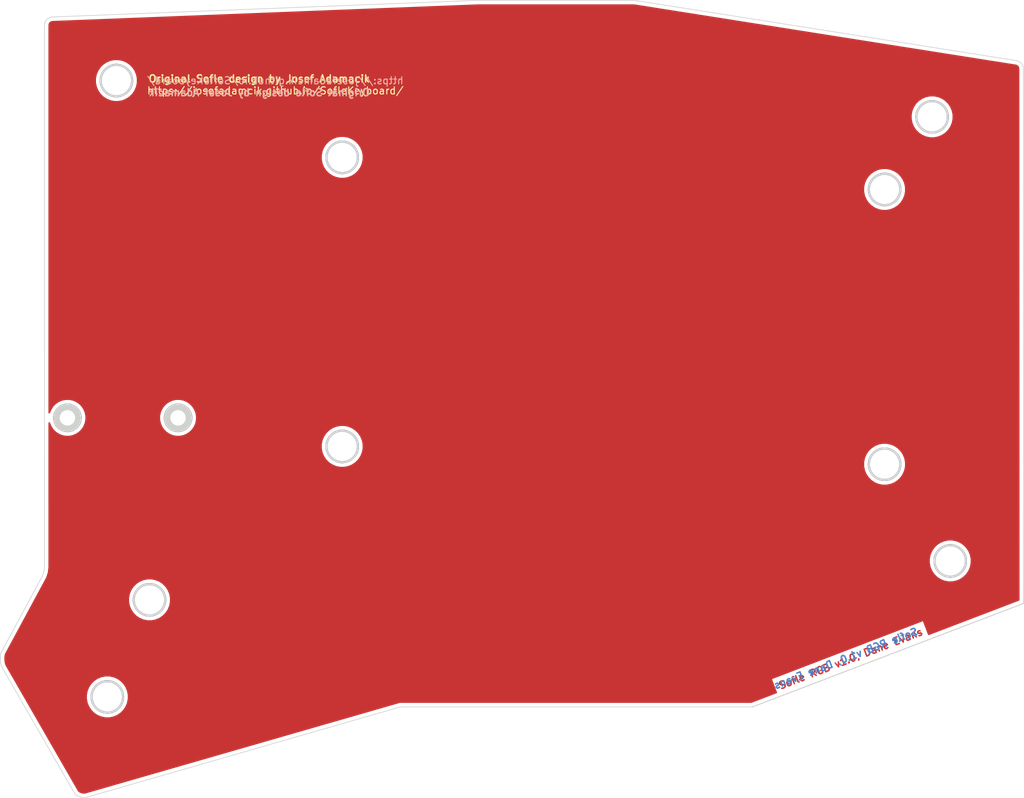
<source format=kicad_pcb>
(kicad_pcb (version 20171130) (host pcbnew "(5.1.10-1-10_14)")

  (general
    (thickness 1.6)
    (drawings 52)
    (tracks 0)
    (zones 0)
    (modules 15)
    (nets 1)
  )

  (page A4)
  (layers
    (0 F.Cu signal hide)
    (31 B.Cu signal hide)
    (32 B.Adhes user hide)
    (33 F.Adhes user hide)
    (34 B.Paste user hide)
    (35 F.Paste user hide)
    (36 B.SilkS user hide)
    (37 F.SilkS user hide)
    (38 B.Mask user hide)
    (39 F.Mask user hide)
    (40 Dwgs.User user hide)
    (41 Cmts.User user hide)
    (42 Eco1.User user hide)
    (43 Eco2.User user hide)
    (44 Edge.Cuts user)
    (45 Margin user hide)
    (46 B.CrtYd user hide)
    (47 F.CrtYd user hide)
    (48 B.Fab user hide)
    (49 F.Fab user hide)
  )

  (setup
    (last_trace_width 0.25)
    (trace_clearance 0.2)
    (zone_clearance 0.508)
    (zone_45_only no)
    (trace_min 0.2)
    (via_size 0.6)
    (via_drill 0.4)
    (via_min_size 0.4)
    (via_min_drill 0.3)
    (uvia_size 0.3)
    (uvia_drill 0.1)
    (uvias_allowed no)
    (uvia_min_size 0.2)
    (uvia_min_drill 0.1)
    (edge_width 0.15)
    (segment_width 0.2)
    (pcb_text_width 0.3)
    (pcb_text_size 1.5 1.5)
    (mod_edge_width 0.15)
    (mod_text_size 1 1)
    (mod_text_width 0.15)
    (pad_size 4 4)
    (pad_drill 2.2)
    (pad_to_mask_clearance 0.2)
    (aux_axis_origin 0 0)
    (visible_elements 7FFFFFFF)
    (pcbplotparams
      (layerselection 0x010f0_ffffffff)
      (usegerberextensions false)
      (usegerberattributes false)
      (usegerberadvancedattributes false)
      (creategerberjobfile false)
      (excludeedgelayer true)
      (linewidth 0.100000)
      (plotframeref false)
      (viasonmask false)
      (mode 1)
      (useauxorigin false)
      (hpglpennumber 1)
      (hpglpenspeed 20)
      (hpglpendiameter 15.000000)
      (psnegative false)
      (psa4output false)
      (plotreference true)
      (plotvalue true)
      (plotinvisibletext false)
      (padsonsilk false)
      (subtractmaskfromsilk false)
      (outputformat 1)
      (mirror false)
      (drillshape 0)
      (scaleselection 1)
      (outputdirectory "gerbers/"))
  )

  (net 0 "")

  (net_class Default "This is the default net class."
    (clearance 0.2)
    (trace_width 0.25)
    (via_dia 0.6)
    (via_drill 0.4)
    (uvia_dia 0.3)
    (uvia_drill 0.1)
  )

  (module Dane:gecko-logo (layer B.Cu) (tedit 0) (tstamp 5F8157B8)
    (at 187.96 130.81 180)
    (fp_text reference G*** (at 0 0) (layer B.SilkS) hide
      (effects (font (size 1.524 1.524) (thickness 0.3)) (justify mirror))
    )
    (fp_text value LOGO (at 0.75 0) (layer B.SilkS) hide
      (effects (font (size 1.524 1.524) (thickness 0.3)) (justify mirror))
    )
    (fp_poly (pts (xy 0.601318 1.845968) (xy 0.629566 1.801122) (xy 0.660606 1.731632) (xy 0.674278 1.696637)
      (xy 0.696844 1.640456) (xy 0.717741 1.594158) (xy 0.734739 1.562309) (xy 0.745612 1.549474)
      (xy 0.746125 1.549405) (xy 0.757513 1.537853) (xy 0.761992 1.50684) (xy 0.762 1.505208)
      (xy 0.766997 1.463388) (xy 0.77927 1.418191) (xy 0.781708 1.411757) (xy 0.79008 1.387564)
      (xy 0.794426 1.362926) (xy 0.794778 1.331829) (xy 0.791165 1.288257) (xy 0.783616 1.226195)
      (xy 0.782658 1.218829) (xy 0.763898 1.075159) (xy 0.904872 0.890005) (xy 0.949855 0.830926)
      (xy 0.989325 0.779091) (xy 1.020787 0.737776) (xy 1.041748 0.710256) (xy 1.049674 0.699857)
      (xy 1.063704 0.699863) (xy 1.095604 0.706722) (xy 1.139384 0.718573) (xy 1.189058 0.733553)
      (xy 1.238637 0.7498) (xy 1.282132 0.765451) (xy 1.313556 0.778644) (xy 1.325376 0.785602)
      (xy 1.346102 0.811208) (xy 1.370849 0.85208) (xy 1.395846 0.900516) (xy 1.417324 0.948813)
      (xy 1.431511 0.98927) (xy 1.4351 1.009732) (xy 1.443261 1.038113) (xy 1.462639 1.051849)
      (xy 1.485574 1.046296) (xy 1.48961 1.04277) (xy 1.497711 1.024581) (xy 1.488756 1.003156)
      (xy 1.47949 0.975875) (xy 1.473922 0.935468) (xy 1.4732 0.915429) (xy 1.476946 0.871614)
      (xy 1.489701 0.847647) (xy 1.513732 0.843044) (xy 1.551311 0.857322) (xy 1.601845 0.888082)
      (xy 1.64655 0.917306) (xy 1.675006 0.933308) (xy 1.691757 0.937452) (xy 1.701347 0.931102)
      (xy 1.706832 0.919604) (xy 1.708613 0.891777) (xy 1.689343 0.877564) (xy 1.676717 0.8763)
      (xy 1.654223 0.866178) (xy 1.626807 0.840966) (xy 1.600696 0.808396) (xy 1.582118 0.7762)
      (xy 1.577172 0.752711) (xy 1.590575 0.734045) (xy 1.61879 0.713928) (xy 1.653392 0.69651)
      (xy 1.685955 0.685939) (xy 1.708055 0.686365) (xy 1.709715 0.68744) (xy 1.731588 0.693257)
      (xy 1.754269 0.685777) (xy 1.765097 0.669315) (xy 1.765105 0.668567) (xy 1.756737 0.638731)
      (xy 1.735707 0.628278) (xy 1.71695 0.633689) (xy 1.684941 0.643864) (xy 1.644157 0.64804)
      (xy 1.603043 0.646526) (xy 1.570045 0.639627) (xy 1.553648 0.627755) (xy 1.557824 0.608475)
      (xy 1.575994 0.580265) (xy 1.602145 0.549844) (xy 1.630265 0.523931) (xy 1.654341 0.509245)
      (xy 1.66081 0.508) (xy 1.673501 0.499215) (xy 1.67397 0.479469) (xy 1.664464 0.458679)
      (xy 1.647228 0.446761) (xy 1.646924 0.446701) (xy 1.624724 0.45296) (xy 1.617287 0.467195)
      (xy 1.603162 0.483497) (xy 1.571302 0.505626) (xy 1.527773 0.530536) (xy 1.478638 0.555181)
      (xy 1.429963 0.576516) (xy 1.387813 0.591493) (xy 1.358696 0.597067) (xy 1.335049 0.59528)
      (xy 1.291811 0.590259) (xy 1.234485 0.582706) (xy 1.168573 0.573323) (xy 1.145794 0.569931)
      (xy 1.081186 0.560564) (xy 1.026188 0.553272) (xy 0.985344 0.548605) (xy 0.963198 0.547112)
      (xy 0.960582 0.547539) (xy 0.95285 0.559547) (xy 0.934297 0.589102) (xy 0.907459 0.632148)
      (xy 0.874868 0.684627) (xy 0.864033 0.702113) (xy 0.830281 0.755791) (xy 0.801348 0.800261)
      (xy 0.77975 0.831773) (xy 0.768004 0.846575) (xy 0.766718 0.847153) (xy 0.766221 0.833748)
      (xy 0.767225 0.798425) (xy 0.769569 0.744607) (xy 0.773092 0.675722) (xy 0.77763 0.595195)
      (xy 0.782195 0.51969) (xy 0.802293 0.19685) (xy 0.674235 -0.048899) (xy 0.637146 -0.121453)
      (xy 0.605074 -0.186857) (xy 0.579605 -0.241654) (xy 0.562321 -0.282389) (xy 0.554808 -0.305605)
      (xy 0.554914 -0.309249) (xy 0.56465 -0.323371) (xy 0.587103 -0.35488) (xy 0.620019 -0.400643)
      (xy 0.661142 -0.457531) (xy 0.708217 -0.52241) (xy 0.73293 -0.556386) (xy 0.781738 -0.623707)
      (xy 0.825293 -0.684305) (xy 0.861431 -0.735125) (xy 0.887987 -0.773114) (xy 0.902797 -0.795217)
      (xy 0.905128 -0.799381) (xy 0.896186 -0.80958) (xy 0.86952 -0.832363) (xy 0.828007 -0.86546)
      (xy 0.774525 -0.906601) (xy 0.711953 -0.953513) (xy 0.67945 -0.977476) (xy 0.613158 -1.026368)
      (xy 0.554118 -1.070442) (xy 0.505304 -1.107436) (xy 0.469686 -1.135088) (xy 0.450237 -1.151136)
      (xy 0.447524 -1.154032) (xy 0.454771 -1.167292) (xy 0.47848 -1.188562) (xy 0.512775 -1.213763)
      (xy 0.551777 -1.238821) (xy 0.589608 -1.259657) (xy 0.61595 -1.270839) (xy 0.661836 -1.279922)
      (xy 0.727894 -1.284321) (xy 0.79375 -1.284175) (xy 0.854907 -1.281721) (xy 0.896276 -1.277641)
      (xy 0.923462 -1.270895) (xy 0.94207 -1.260443) (xy 0.947715 -1.255604) (xy 0.968302 -1.23905)
      (xy 0.982568 -1.240003) (xy 0.996071 -1.251885) (xy 1.010095 -1.275517) (xy 1.01038 -1.291726)
      (xy 1.004043 -1.311187) (xy 1.0033 -1.315488) (xy 0.992231 -1.319205) (xy 0.965531 -1.320798)
      (xy 0.964777 -1.3208) (xy 0.931477 -1.326577) (xy 0.88835 -1.341359) (xy 0.862393 -1.353161)
      (xy 0.825523 -1.37354) (xy 0.807043 -1.390044) (xy 0.801813 -1.408357) (xy 0.80249 -1.419379)
      (xy 0.810655 -1.442615) (xy 0.832454 -1.464699) (xy 0.872752 -1.490414) (xy 0.877498 -1.493095)
      (xy 0.920395 -1.515607) (xy 0.959172 -1.53333) (xy 0.980872 -1.541067) (xy 1.011086 -1.557217)
      (xy 1.02348 -1.58196) (xy 1.014664 -1.608159) (xy 0.989736 -1.623852) (xy 0.963588 -1.62134)
      (xy 0.946604 -1.60163) (xy 0.94658 -1.601557) (xy 0.934439 -1.585989) (xy 0.906234 -1.573518)
      (xy 0.85735 -1.562119) (xy 0.856189 -1.561899) (xy 0.8112 -1.554096) (xy 0.784146 -1.552285)
      (xy 0.768149 -1.557023) (xy 0.756334 -1.568867) (xy 0.755418 -1.570067) (xy 0.743412 -1.58954)
      (xy 0.738086 -1.611828) (xy 0.738776 -1.644397) (xy 0.744529 -1.692609) (xy 0.753705 -1.7332)
      (xy 0.768434 -1.753337) (xy 0.776307 -1.7567) (xy 0.792654 -1.766329) (xy 0.791173 -1.787066)
      (xy 0.78922 -1.792693) (xy 0.770518 -1.819723) (xy 0.746584 -1.827086) (xy 0.725108 -1.81457)
      (xy 0.715858 -1.794699) (xy 0.705533 -1.762443) (xy 0.688996 -1.719388) (xy 0.678199 -1.693925)
      (xy 0.656494 -1.652148) (xy 0.6354 -1.629869) (xy 0.616907 -1.622674) (xy 0.598938 -1.621182)
      (xy 0.586424 -1.62844) (xy 0.575552 -1.649456) (xy 0.562509 -1.689235) (xy 0.560077 -1.697305)
      (xy 0.548515 -1.743116) (xy 0.542396 -1.78247) (xy 0.542781 -1.80478) (xy 0.540636 -1.832634)
      (xy 0.522993 -1.849417) (xy 0.498441 -1.85211) (xy 0.475573 -1.837697) (xy 0.470613 -1.830133)
      (xy 0.465358 -1.805782) (xy 0.477852 -1.78937) (xy 0.486811 -1.778222) (xy 0.491885 -1.759795)
      (xy 0.493451 -1.729159) (xy 0.491886 -1.681383) (xy 0.489369 -1.638811) (xy 0.485863 -1.588646)
      (xy 0.481217 -1.548358) (xy 0.473348 -1.513756) (xy 0.460173 -1.480648) (xy 0.439611 -1.444843)
      (xy 0.409578 -1.402149) (xy 0.367991 -1.348374) (xy 0.312767 -1.279327) (xy 0.307478 -1.272744)
      (xy 0.275793 -1.234556) (xy 0.251581 -1.205072) (xy 0.23606 -1.181175) (xy 0.230445 -1.159746)
      (xy 0.235952 -1.137667) (xy 0.253798 -1.111818) (xy 0.285198 -1.079081) (xy 0.331368 -1.036338)
      (xy 0.393525 -0.980471) (xy 0.436648 -0.94149) (xy 0.612946 -0.781215) (xy 0.507883 -0.682707)
      (xy 0.465446 -0.643541) (xy 0.42979 -0.611801) (xy 0.404922 -0.590976) (xy 0.395084 -0.584448)
      (xy 0.38554 -0.59463) (xy 0.365898 -0.62192) (xy 0.339327 -0.661764) (xy 0.317966 -0.695224)
      (xy 0.258908 -0.778294) (xy 0.184258 -0.86661) (xy 0.100686 -0.953183) (xy 0.01486 -1.031026)
      (xy -0.052686 -1.08356) (xy -0.122406 -1.12796) (xy -0.205824 -1.173371) (xy -0.294379 -1.215697)
      (xy -0.379512 -1.250837) (xy -0.45085 -1.274214) (xy -0.536598 -1.292799) (xy -0.633428 -1.306921)
      (xy -0.731482 -1.315588) (xy -0.820897 -1.317808) (xy -0.864133 -1.315816) (xy -1.016028 -1.290813)
      (xy -1.162582 -1.24203) (xy -1.301703 -1.170877) (xy -1.431298 -1.078765) (xy -1.549276 -0.967106)
      (xy -1.653546 -0.837309) (xy -1.713517 -0.74295) (xy -1.74279 -0.69215) (xy -1.707554 -0.7366)
      (xy -1.664556 -0.7864) (xy -1.609239 -0.844071) (xy -1.547225 -0.90434) (xy -1.484138 -0.961931)
      (xy -1.425601 -1.011569) (xy -1.377237 -1.047981) (xy -1.3716 -1.051721) (xy -1.245176 -1.120651)
      (xy -1.112029 -1.168911) (xy -0.975949 -1.195852) (xy -0.840726 -1.200823) (xy -0.710149 -1.183173)
      (xy -0.669045 -1.172369) (xy -0.589275 -1.14386) (xy -0.499007 -1.103771) (xy -0.407416 -1.056592)
      (xy -0.323675 -1.006812) (xy -0.303663 -0.99355) (xy -0.235204 -0.943689) (xy -0.173883 -0.891145)
      (xy -0.116659 -0.832288) (xy -0.060488 -0.76349) (xy -0.00233 -0.681122) (xy 0.060859 -0.581556)
      (xy 0.108154 -0.502344) (xy 0.1822 -0.376039) (xy 0.062525 -0.264936) (xy 0.017749 -0.224694)
      (xy -0.019949 -0.193325) (xy -0.047049 -0.173572) (xy -0.060033 -0.168175) (xy -0.060612 -0.168991)
      (xy -0.063064 -0.186795) (xy -0.067286 -0.224592) (xy -0.072716 -0.277084) (xy -0.078788 -0.338971)
      (xy -0.079662 -0.348129) (xy -0.09525 -0.512109) (xy -0.299052 -0.315576) (xy -0.368065 -0.2495)
      (xy -0.422106 -0.199121) (xy -0.46408 -0.162089) (xy -0.496893 -0.136058) (xy -0.52345 -0.11868)
      (xy -0.546657 -0.107608) (xy -0.563249 -0.102132) (xy -0.6089 -0.094084) (xy -0.665441 -0.090868)
      (xy -0.725859 -0.092064) (xy -0.783143 -0.097253) (xy -0.830281 -0.106016) (xy -0.860263 -0.117934)
      (xy -0.862931 -0.120043) (xy -0.883564 -0.132646) (xy -0.904041 -0.125093) (xy -0.907144 -0.122883)
      (xy -0.924869 -0.098751) (xy -0.922059 -0.074377) (xy -0.901259 -0.05852) (xy -0.887849 -0.056509)
      (xy -0.857992 -0.051155) (xy -0.817757 -0.038243) (xy -0.775521 -0.021207) (xy -0.73966 -0.003477)
      (xy -0.718549 0.011514) (xy -0.717079 0.013464) (xy -0.711706 0.043532) (xy -0.731487 0.075317)
      (xy -0.776246 0.1086) (xy -0.802846 0.123172) (xy -0.846133 0.144559) (xy -0.88281 0.161534)
      (xy -0.904875 0.170398) (xy -0.923089 0.186663) (xy -0.92562 0.213132) (xy -0.91186 0.238761)
      (xy -0.886202 0.253155) (xy -0.865284 0.244529) (xy -0.857715 0.230065) (xy -0.842035 0.212182)
      (xy -0.805346 0.195931) (xy -0.771134 0.186141) (xy -0.727794 0.175774) (xy -0.701505 0.1724)
      (xy -0.68481 0.176342) (xy -0.670251 0.187925) (xy -0.667477 0.190653) (xy -0.650729 0.22229)
      (xy -0.644282 0.26675) (xy -0.647785 0.313935) (xy -0.660888 0.353751) (xy -0.673713 0.370336)
      (xy -0.695731 0.399876) (xy -0.693593 0.428694) (xy -0.68473 0.440491) (xy -0.662197 0.449456)
      (xy -0.63772 0.443539) (xy -0.623057 0.426451) (xy -0.622302 0.420794) (xy -0.617439 0.399053)
      (xy -0.604716 0.362372) (xy -0.587726 0.320675) (xy -0.567687 0.277703) (xy -0.551789 0.253565)
      (xy -0.535673 0.243162) (xy -0.519885 0.2413) (xy -0.500593 0.243994) (xy -0.486971 0.255817)
      (xy -0.474837 0.282385) (xy -0.463835 0.316562) (xy -0.452711 0.361044) (xy -0.447255 0.399122)
      (xy -0.447978 0.418328) (xy -0.445173 0.445306) (xy -0.426489 0.461615) (xy -0.400696 0.46273)
      (xy -0.382942 0.451885) (xy -0.369497 0.431384) (xy -0.376492 0.408955) (xy -0.378074 0.406368)
      (xy -0.386015 0.379699) (xy -0.391323 0.331391) (xy -0.393631 0.265106) (xy -0.3937 0.249869)
      (xy -0.3937 0.118392) (xy -0.295542 -0.017758) (xy -0.259737 -0.067889) (xy -0.23293 -0.103877)
      (xy -0.213377 -0.124241) (xy -0.199338 -0.127498) (xy -0.18907 -0.112168) (xy -0.180831 -0.076767)
      (xy -0.17288 -0.019814) (xy -0.163474 0.060174) (xy -0.158977 0.098425) (xy -0.150573 0.165099)
      (xy -0.142524 0.221828) (xy -0.135513 0.264303) (xy -0.130224 0.288217) (xy -0.128292 0.291896)
      (xy -0.116972 0.283703) (xy -0.08983 0.260962) (xy -0.049816 0.226239) (xy 0.000122 0.182097)
      (xy 0.057035 0.131103) (xy 0.068815 0.12047) (xy 0.126385 0.068712) (xy 0.177192 0.023547)
      (xy 0.218381 -0.01253) (xy 0.247097 -0.037023) (xy 0.260485 -0.047436) (xy 0.261083 -0.047601)
      (xy 0.261331 -0.034505) (xy 0.260091 -0.000703) (xy 0.257581 0.049168) (xy 0.254018 0.110473)
      (xy 0.252589 0.13335) (xy 0.249029 0.201805) (xy 0.247622 0.26684) (xy 0.248542 0.334176)
      (xy 0.251965 0.409529) (xy 0.258064 0.498618) (xy 0.267016 0.607161) (xy 0.267101 0.608138)
      (xy 0.27422 0.69206) (xy 0.280255 0.767122) (xy 0.284948 0.829767) (xy 0.28804 0.87644)
      (xy 0.289273 0.903583) (xy 0.288988 0.909046) (xy 0.277089 0.904726) (xy 0.247466 0.890094)
      (xy 0.204473 0.867394) (xy 0.152465 0.83887) (xy 0.147917 0.836333) (xy 0.095449 0.807477)
      (xy 0.051725 0.784305) (xy 0.021069 0.769044) (xy 0.007803 0.763922) (xy 0.007616 0.764025)
      (xy -0.012673 0.789778) (xy -0.0446 0.827869) (xy -0.084851 0.874584) (xy -0.130114 0.926209)
      (xy -0.177074 0.97903) (xy -0.22242 1.029333) (xy -0.262837 1.073404) (xy -0.295012 1.10753)
      (xy -0.315633 1.127996) (xy -0.320628 1.131974) (xy -0.363934 1.15182) (xy -0.414328 1.169997)
      (xy -0.46492 1.184616) (xy -0.508821 1.19379) (xy -0.539143 1.19563) (xy -0.546142 1.193778)
      (xy -0.571121 1.191617) (xy -0.58999 1.206902) (xy -0.594323 1.231782) (xy -0.592724 1.237166)
      (xy -0.583761 1.246549) (xy -0.562816 1.250806) (xy -0.524833 1.250496) (xy -0.491626 1.24834)
      (xy -0.443423 1.245136) (xy -0.414705 1.245452) (xy -0.399653 1.250593) (xy -0.392447 1.261864)
      (xy -0.389706 1.271203) (xy -0.388787 1.299359) (xy -0.402215 1.330795) (xy -0.432369 1.369713)
      (xy -0.464694 1.403648) (xy -0.49351 1.43906) (xy -0.502254 1.466086) (xy -0.49076 1.482293)
      (xy -0.470299 1.4859) (xy -0.448594 1.477048) (xy -0.444478 1.463675) (xy -0.433728 1.442632)
      (xy -0.406809 1.418521) (xy -0.371663 1.396265) (xy -0.336235 1.380785) (xy -0.308464 1.377)
      (xy -0.305673 1.377674) (xy -0.285541 1.395323) (xy -0.268212 1.428926) (xy -0.256625 1.46904)
      (xy -0.253722 1.50622) (xy -0.259225 1.526859) (xy -0.26524 1.551343) (xy -0.257711 1.56347)
      (xy -0.234824 1.573042) (xy -0.214085 1.563218) (xy -0.204517 1.539056) (xy -0.204663 1.533727)
      (xy -0.205747 1.504157) (xy -0.205672 1.461822) (xy -0.205176 1.439757) (xy -0.202076 1.399325)
      (xy -0.194331 1.377699) (xy -0.179545 1.368383) (xy -0.178767 1.368174) (xy -0.156212 1.373851)
      (xy -0.128007 1.396134) (xy -0.099873 1.428915) (xy -0.077534 1.466087) (xy -0.070565 1.48365)
      (xy -0.055069 1.506221) (xy -0.033964 1.508866) (xy -0.010547 1.497366) (xy -0.002679 1.477904)
      (xy -0.012457 1.459944) (xy -0.02207 1.455208) (xy -0.036615 1.440044) (xy -0.054483 1.406504)
      (xy -0.073371 1.360983) (xy -0.090975 1.309873) (xy -0.104991 1.259568) (xy -0.113115 1.216462)
      (xy -0.114248 1.199394) (xy -0.106347 1.16748) (xy -0.083771 1.119396) (xy -0.048112 1.058483)
      (xy -0.04377 1.051629) (xy 0.026655 0.941208) (xy 0.162552 1.012297) (xy 0.216038 1.040528)
      (xy 0.261262 1.064871) (xy 0.293464 1.08273) (xy 0.307881 1.091511) (xy 0.307889 1.091518)
      (xy 0.310779 1.106752) (xy 0.311334 1.141754) (xy 0.309605 1.191003) (xy 0.306511 1.238252)
      (xy 0.3021 1.302026) (xy 0.300905 1.346928) (xy 0.303347 1.379329) (xy 0.309844 1.405602)
      (xy 0.319018 1.428202) (xy 0.333996 1.470421) (xy 0.342144 1.511313) (xy 0.342621 1.519894)
      (xy 0.34897 1.553094) (xy 0.36293 1.564344) (xy 0.376269 1.577095) (xy 0.396877 1.608757)
      (xy 0.422088 1.654864) (xy 0.445016 1.7018) (xy 0.483707 1.779631) (xy 0.517056 1.833)
      (xy 0.54669 1.86187) (xy 0.574235 1.866205) (xy 0.601318 1.845968)) (layer B.Mask) (width 0.01))
  )

  (module "Dane:big gecko" (layer B.Cu) (tedit 0) (tstamp 5F815775)
    (at 129.54 116.84 180)
    (fp_text reference G*** (at 0 0) (layer B.SilkS) hide
      (effects (font (size 1.524 1.524) (thickness 0.3)) (justify mirror))
    )
    (fp_text value LOGO (at 0.75 0) (layer B.SilkS) hide
      (effects (font (size 1.524 1.524) (thickness 0.3)) (justify mirror))
    )
    (fp_poly (pts (xy 4.008792 12.306448) (xy 4.197112 12.00748) (xy 4.404044 11.54421) (xy 4.495193 11.310908)
      (xy 4.645632 10.936371) (xy 4.784941 10.627718) (xy 4.898265 10.415388) (xy 4.970751 10.329822)
      (xy 4.974167 10.329363) (xy 5.050092 10.252351) (xy 5.079949 10.045593) (xy 5.08 10.034713)
      (xy 5.113317 9.755915) (xy 5.195135 9.454602) (xy 5.211393 9.41171) (xy 5.267201 9.250425)
      (xy 5.296179 9.086173) (xy 5.298526 8.878855) (xy 5.274438 8.588374) (xy 5.224113 8.174631)
      (xy 5.217722 8.125525) (xy 5.092658 7.167724) (xy 6.032483 5.933362) (xy 6.332372 5.539501)
      (xy 6.595504 5.193938) (xy 6.805253 4.918506) (xy 6.944992 4.735039) (xy 6.997831 4.665712)
      (xy 7.091364 4.66575) (xy 7.304027 4.711479) (xy 7.595899 4.790485) (xy 7.927058 4.890351)
      (xy 8.257583 4.998662) (xy 8.547553 5.103002) (xy 8.757046 5.190955) (xy 8.83584 5.237342)
      (xy 8.974014 5.408051) (xy 9.138994 5.68053) (xy 9.305645 6.003434) (xy 9.44883 6.325416)
      (xy 9.543412 6.595131) (xy 9.567334 6.731543) (xy 9.621743 6.920752) (xy 9.750929 7.012322)
      (xy 9.903831 6.975306) (xy 9.930738 6.951796) (xy 9.984745 6.830536) (xy 9.925047 6.687702)
      (xy 9.863269 6.505829) (xy 9.82615 6.236452) (xy 9.821334 6.102854) (xy 9.846313 5.810759)
      (xy 9.931342 5.650976) (xy 10.091553 5.620288) (xy 10.342079 5.715478) (xy 10.678968 5.920542)
      (xy 10.977005 6.115371) (xy 11.166712 6.22205) (xy 11.278384 6.249676) (xy 11.342316 6.207344)
      (xy 11.378883 6.130693) (xy 11.390757 5.94518) (xy 11.262293 5.850421) (xy 11.178118 5.842)
      (xy 11.028157 5.774518) (xy 10.845381 5.606436) (xy 10.671308 5.389302) (xy 10.547456 5.174661)
      (xy 10.514483 5.018067) (xy 10.603837 4.893628) (xy 10.791938 4.759518) (xy 11.022617 4.643398)
      (xy 11.239706 4.572926) (xy 11.387038 4.575764) (xy 11.398102 4.582931) (xy 11.543923 4.621711)
      (xy 11.695131 4.571846) (xy 11.767317 4.462096) (xy 11.76737 4.457108) (xy 11.711584 4.258201)
      (xy 11.571384 4.188517) (xy 11.446334 4.224592) (xy 11.232943 4.292421) (xy 10.961049 4.320264)
      (xy 10.686957 4.310168) (xy 10.466973 4.264179) (xy 10.357659 4.185027) (xy 10.385497 4.056494)
      (xy 10.506628 3.868428) (xy 10.680968 3.665621) (xy 10.868434 3.492869) (xy 11.028942 3.394964)
      (xy 11.072072 3.386666) (xy 11.156678 3.328096) (xy 11.159805 3.196456) (xy 11.096428 3.057855)
      (xy 10.981522 2.978401) (xy 10.979499 2.978001) (xy 10.831494 3.019731) (xy 10.781916 3.114629)
      (xy 10.687751 3.22331) (xy 10.475353 3.370838) (xy 10.185155 3.536905) (xy 9.85759 3.701206)
      (xy 9.533091 3.843434) (xy 9.25209 3.943281) (xy 9.057977 3.980444) (xy 8.900327 3.96853)
      (xy 8.612074 3.935059) (xy 8.2299 3.884706) (xy 7.790492 3.822147) (xy 7.638629 3.799537)
      (xy 7.20791 3.737089) (xy 6.841258 3.688476) (xy 6.568964 3.657362) (xy 6.421322 3.647409)
      (xy 6.403881 3.65026) (xy 6.352335 3.730308) (xy 6.228652 3.927343) (xy 6.049727 4.214317)
      (xy 5.832458 4.564178) (xy 5.760223 4.680749) (xy 5.535213 5.0386) (xy 5.342323 5.335072)
      (xy 5.198334 5.545152) (xy 5.120027 5.643829) (xy 5.11146 5.647682) (xy 5.108142 5.558319)
      (xy 5.114837 5.322827) (xy 5.130465 4.964044) (xy 5.153947 4.50481) (xy 5.184204 3.967966)
      (xy 5.214635 3.464599) (xy 5.348626 1.312333) (xy 4.494901 -0.325997) (xy 4.247641 -0.809688)
      (xy 4.033833 -1.245714) (xy 3.864036 -1.611031) (xy 3.748813 -1.882597) (xy 3.698722 -2.03737)
      (xy 3.699431 -2.061664) (xy 3.764335 -2.155813) (xy 3.914025 -2.36587) (xy 4.133465 -2.67096)
      (xy 4.407619 -3.050208) (xy 4.72145 -3.482739) (xy 4.886202 -3.709242) (xy 5.211588 -4.158048)
      (xy 5.501956 -4.562034) (xy 5.742876 -4.900838) (xy 5.919918 -5.154098) (xy 6.018652 -5.301451)
      (xy 6.034192 -5.329213) (xy 5.974578 -5.3972) (xy 5.796802 -5.549089) (xy 5.520049 -5.769738)
      (xy 5.163506 -6.044007) (xy 4.746359 -6.356755) (xy 4.529667 -6.516513) (xy 4.087721 -6.842454)
      (xy 3.694126 -7.136281) (xy 3.368695 -7.38291) (xy 3.131242 -7.567258) (xy 3.001582 -7.674241)
      (xy 2.983499 -7.693548) (xy 3.031808 -7.781953) (xy 3.189871 -7.923749) (xy 3.418502 -8.091759)
      (xy 3.678515 -8.258807) (xy 3.930726 -8.397718) (xy 4.106334 -8.472264) (xy 4.412245 -8.532817)
      (xy 4.852633 -8.562141) (xy 5.291667 -8.561172) (xy 5.699381 -8.544809) (xy 5.975175 -8.517608)
      (xy 6.156416 -8.472635) (xy 6.280471 -8.402956) (xy 6.318106 -8.370696) (xy 6.455348 -8.26034)
      (xy 6.550458 -8.26669) (xy 6.640475 -8.345903) (xy 6.73397 -8.503449) (xy 6.735869 -8.611508)
      (xy 6.693626 -8.741251) (xy 6.688667 -8.769925) (xy 6.61488 -8.794702) (xy 6.436877 -8.805327)
      (xy 6.431852 -8.805334) (xy 6.209851 -8.843847) (xy 5.922339 -8.942397) (xy 5.749288 -9.021077)
      (xy 5.503488 -9.156939) (xy 5.380292 -9.266966) (xy 5.345425 -9.389048) (xy 5.349936 -9.462532)
      (xy 5.404373 -9.617435) (xy 5.549696 -9.76466) (xy 5.818351 -9.936095) (xy 5.849987 -9.953969)
      (xy 6.135973 -10.104049) (xy 6.394482 -10.222203) (xy 6.539148 -10.273783) (xy 6.740576 -10.381449)
      (xy 6.823204 -10.546402) (xy 6.764427 -10.721065) (xy 6.598243 -10.825684) (xy 6.423925 -10.808936)
      (xy 6.310694 -10.677535) (xy 6.31054 -10.677053) (xy 6.2296 -10.573265) (xy 6.041563 -10.490123)
      (xy 5.715668 -10.414131) (xy 5.70793 -10.412666) (xy 5.408003 -10.360645) (xy 5.227642 -10.348569)
      (xy 5.120999 -10.380156) (xy 5.042228 -10.459119) (xy 5.036122 -10.467114) (xy 4.956084 -10.596938)
      (xy 4.920577 -10.745522) (xy 4.925177 -10.962647) (xy 4.963532 -11.284063) (xy 5.024702 -11.554672)
      (xy 5.1229 -11.688914) (xy 5.175385 -11.711335) (xy 5.284364 -11.775531) (xy 5.274491 -11.913776)
      (xy 5.26147 -11.951289) (xy 5.136793 -12.13149) (xy 4.97723 -12.180574) (xy 4.834055 -12.097138)
      (xy 4.77239 -11.964663) (xy 4.703558 -11.749624) (xy 4.593307 -11.462588) (xy 4.521332 -11.292838)
      (xy 4.376632 -11.014322) (xy 4.236003 -10.865797) (xy 4.11272 -10.817832) (xy 3.992927 -10.807882)
      (xy 3.909496 -10.856272) (xy 3.837014 -10.996375) (xy 3.750065 -11.261568) (xy 3.733853 -11.315367)
      (xy 3.656769 -11.620774) (xy 3.615975 -11.883137) (xy 3.618542 -12.031873) (xy 3.604244 -12.217563)
      (xy 3.486621 -12.329447) (xy 3.322945 -12.347405) (xy 3.170487 -12.251316) (xy 3.137425 -12.200891)
      (xy 3.102392 -12.038553) (xy 3.185683 -11.929135) (xy 3.245412 -11.854815) (xy 3.279239 -11.731973)
      (xy 3.289678 -11.527733) (xy 3.279244 -11.209225) (xy 3.262465 -10.925411) (xy 3.23909 -10.590975)
      (xy 3.208115 -10.322389) (xy 3.155655 -10.091708) (xy 3.067826 -9.87099) (xy 2.930743 -9.632288)
      (xy 2.73052 -9.34766) (xy 2.453274 -8.989161) (xy 2.085118 -8.528847) (xy 2.04986 -8.484966)
      (xy 1.838623 -8.230376) (xy 1.677213 -8.033819) (xy 1.573738 -7.874506) (xy 1.536304 -7.731646)
      (xy 1.573018 -7.584448) (xy 1.691989 -7.412123) (xy 1.901321 -7.193879) (xy 2.209124 -6.908926)
      (xy 2.623503 -6.536474) (xy 2.910989 -6.276605) (xy 4.086311 -5.208104) (xy 3.385888 -4.551385)
      (xy 3.102975 -4.290276) (xy 2.865272 -4.078676) (xy 2.69948 -3.939842) (xy 2.633899 -3.896326)
      (xy 2.57027 -3.964205) (xy 2.439322 -4.146134) (xy 2.262183 -4.411767) (xy 2.119776 -4.634828)
      (xy 1.726054 -5.188633) (xy 1.228388 -5.777403) (xy 0.67124 -6.354557) (xy 0.099071 -6.873513)
      (xy -0.351238 -7.22374) (xy -0.816039 -7.519737) (xy -1.372154 -7.82248) (xy -1.962521 -8.104647)
      (xy -2.530077 -8.338915) (xy -3.005666 -8.494765) (xy -3.577315 -8.618661) (xy -4.222851 -8.712809)
      (xy -4.87654 -8.770592) (xy -5.472646 -8.785393) (xy -5.760882 -8.772109) (xy -6.773518 -8.605423)
      (xy -7.750544 -8.280201) (xy -8.678015 -7.805848) (xy -9.541983 -7.191771) (xy -10.328505 -6.447374)
      (xy -11.023634 -5.582064) (xy -11.423444 -4.953) (xy -11.618595 -4.614334) (xy -11.383689 -4.910667)
      (xy -11.097038 -5.242669) (xy -10.728255 -5.627146) (xy -10.314829 -6.028936) (xy -9.894248 -6.412875)
      (xy -9.504001 -6.743799) (xy -9.181575 -6.986544) (xy -9.144 -7.011478) (xy -8.301169 -7.471008)
      (xy -7.413523 -7.792745) (xy -6.506325 -7.972352) (xy -5.604838 -8.005491) (xy -4.734323 -7.887822)
      (xy -4.4603 -7.815795) (xy -3.928496 -7.625735) (xy -3.326712 -7.358476) (xy -2.716103 -7.043948)
      (xy -2.157827 -6.712081) (xy -2.024415 -6.623671) (xy -1.568021 -6.291266) (xy -1.159217 -5.94097)
      (xy -0.77772 -5.54859) (xy -0.403251 -5.089936) (xy -0.015528 -4.540817) (xy 0.405731 -3.877043)
      (xy 0.721031 -3.348967) (xy 1.214673 -2.506933) (xy 0.416836 -1.766246) (xy 0.118329 -1.497962)
      (xy -0.132987 -1.288836) (xy -0.313654 -1.157147) (xy -0.400215 -1.121172) (xy -0.404075 -1.126613)
      (xy -0.420423 -1.245302) (xy -0.448572 -1.497282) (xy -0.484767 -1.847228) (xy -0.52525 -2.259812)
      (xy -0.531075 -2.320866) (xy -0.635 -3.414065) (xy -1.993674 -2.10384) (xy -2.453761 -1.663339)
      (xy -2.814034 -1.327474) (xy -3.093861 -1.080596) (xy -3.312614 -0.907056) (xy -3.489664 -0.791204)
      (xy -3.644379 -0.717392) (xy -3.754993 -0.680882) (xy -4.059333 -0.627232) (xy -4.436269 -0.605791)
      (xy -4.839055 -0.613764) (xy -5.220949 -0.648357) (xy -5.535206 -0.706776) (xy -5.735081 -0.786228)
      (xy -5.752868 -0.800293) (xy -5.890426 -0.884312) (xy -6.026935 -0.833959) (xy -6.047621 -0.819224)
      (xy -6.165791 -0.658346) (xy -6.147055 -0.49585) (xy -6.008391 -0.390139) (xy -5.918991 -0.376733)
      (xy -5.719942 -0.341037) (xy -5.451712 -0.25496) (xy -5.170139 -0.141382) (xy -4.931064 -0.023183)
      (xy -4.790326 0.076757) (xy -4.780521 0.089756) (xy -4.744706 0.290207) (xy -4.876575 0.502113)
      (xy -5.174969 0.723995) (xy -5.352301 0.821142) (xy -5.640886 0.963725) (xy -5.885397 1.076887)
      (xy -6.0325 1.135985) (xy -6.153923 1.244416) (xy -6.170799 1.420877) (xy -6.079066 1.591733)
      (xy -5.908012 1.687696) (xy -5.768555 1.63019) (xy -5.718099 1.533763) (xy -5.613565 1.414546)
      (xy -5.368973 1.306206) (xy -5.140893 1.240937) (xy -4.851955 1.171824) (xy -4.676694 1.149327)
      (xy -4.565394 1.175608) (xy -4.468336 1.252832) (xy -4.449843 1.271017) (xy -4.338189 1.48193)
      (xy -4.295208 1.778327) (xy -4.318563 2.092898) (xy -4.405918 2.358337) (xy -4.491418 2.468905)
      (xy -4.638202 2.665836) (xy -4.623949 2.857959) (xy -4.56486 2.936606) (xy -4.414643 2.996368)
      (xy -4.251464 2.956924) (xy -4.153709 2.843006) (xy -4.148677 2.805292) (xy -4.116256 2.66035)
      (xy -4.031437 2.415811) (xy -3.91817 2.137833) (xy -3.784575 1.85135) (xy -3.678589 1.690432)
      (xy -3.571148 1.621077) (xy -3.465898 1.608666) (xy -3.337283 1.626621) (xy -3.24647 1.70544)
      (xy -3.165577 1.882562) (xy -3.092227 2.11041) (xy -3.018068 2.406957) (xy -2.9817 2.660811)
      (xy -2.986519 2.788852) (xy -2.967814 2.968704) (xy -2.843258 3.077427) (xy -2.671303 3.08486)
      (xy -2.552944 3.012563) (xy -2.463307 2.875893) (xy -2.509946 2.726361) (xy -2.520488 2.709113)
      (xy -2.573431 2.53132) (xy -2.608814 2.209271) (xy -2.624203 1.767369) (xy -2.624666 1.665787)
      (xy -2.624666 0.789277) (xy -1.970276 -0.118391) (xy -1.731578 -0.452595) (xy -1.55286 -0.692516)
      (xy -1.422511 -0.828275) (xy -1.328915 -0.849992) (xy -1.260462 -0.747787) (xy -1.205538 -0.511781)
      (xy -1.15253 -0.132094) (xy -1.089825 0.401154) (xy -1.059842 0.656166) (xy -1.003816 1.100655)
      (xy -0.950156 1.478847) (xy -0.903417 1.762018) (xy -0.868156 1.921444) (xy -0.855276 1.945973)
      (xy -0.77981 1.89135) (xy -0.598866 1.739745) (xy -0.332103 1.508256) (xy 0.000818 1.21398)
      (xy 0.380239 0.874015) (xy 0.45877 0.803132) (xy 0.842573 0.458076) (xy 1.181285 0.156974)
      (xy 1.455877 -0.083538) (xy 1.647316 -0.246823) (xy 1.736573 -0.316246) (xy 1.740554 -0.317341)
      (xy 1.742207 -0.230037) (xy 1.733942 -0.004692) (xy 1.717208 0.327785) (xy 1.693456 0.736484)
      (xy 1.683933 0.889) (xy 1.660198 1.345361) (xy 1.650815 1.778933) (xy 1.65695 2.227835)
      (xy 1.679767 2.730189) (xy 1.720432 3.324116) (xy 1.780111 4.047739) (xy 1.780676 4.05425)
      (xy 1.828135 4.613729) (xy 1.86837 5.114142) (xy 1.899657 5.531778) (xy 1.920272 5.842928)
      (xy 1.928489 6.023881) (xy 1.926587 6.060301) (xy 1.847266 6.031503) (xy 1.649779 5.933955)
      (xy 1.363159 5.782622) (xy 1.016435 5.592466) (xy 0.986118 5.575549) (xy 0.636329 5.383178)
      (xy 0.344837 5.228696) (xy 0.140462 5.126955) (xy 0.052021 5.092809) (xy 0.050775 5.093497)
      (xy -0.084486 5.265183) (xy -0.297331 5.519122) (xy -0.565672 5.830555) (xy -0.867421 6.174721)
      (xy -1.180491 6.526861) (xy -1.482793 6.862215) (xy -1.75224 7.156024) (xy -1.966744 7.383528)
      (xy -2.104217 7.519968) (xy -2.137516 7.546491) (xy -2.426226 7.678799) (xy -2.762183 7.799976)
      (xy -3.099463 7.897437) (xy -3.392138 7.958596) (xy -3.594284 7.970865) (xy -3.640942 7.958519)
      (xy -3.807467 7.944113) (xy -3.933264 8.046007) (xy -3.962151 8.211873) (xy -3.951489 8.247772)
      (xy -3.891739 8.310323) (xy -3.752101 8.338704) (xy -3.498886 8.336639) (xy -3.277501 8.322266)
      (xy -2.956151 8.300904) (xy -2.764697 8.303008) (xy -2.664348 8.33728) (xy -2.61631 8.412421)
      (xy -2.598038 8.474684) (xy -2.591908 8.662391) (xy -2.681429 8.871965) (xy -2.882455 9.131414)
      (xy -3.09796 9.357649) (xy -3.290062 9.593732) (xy -3.348354 9.773902) (xy -3.271731 9.881951)
      (xy -3.135324 9.906) (xy -2.990623 9.846983) (xy -2.963182 9.757833) (xy -2.891514 9.617542)
      (xy -2.712054 9.456806) (xy -2.477753 9.308432) (xy -2.24156 9.205227) (xy -2.056426 9.179999)
      (xy -2.037813 9.184488) (xy -1.903603 9.302147) (xy -1.788074 9.526172) (xy -1.71083 9.793598)
      (xy -1.691474 10.041462) (xy -1.728163 10.179053) (xy -1.768266 10.342283) (xy -1.718071 10.423129)
      (xy -1.565487 10.486942) (xy -1.427232 10.42145) (xy -1.363442 10.260369) (xy -1.364419 10.224846)
      (xy -1.371645 10.027713) (xy -1.37114 9.745478) (xy -1.367834 9.598375) (xy -1.347171 9.328831)
      (xy -1.295538 9.184657) (xy -1.196962 9.122553) (xy -1.191779 9.121153) (xy -1.04141 9.159003)
      (xy -0.853374 9.307554) (xy -0.665819 9.526094) (xy -0.516892 9.773913) (xy -0.470429 9.890996)
      (xy -0.367123 10.041468) (xy -0.226426 10.059102) (xy -0.070309 9.982436) (xy -0.017853 9.852691)
      (xy -0.083045 9.732959) (xy -0.147127 9.701381) (xy -0.244094 9.600287) (xy -0.363217 9.37669)
      (xy -0.489137 9.073214) (xy -0.606496 8.732482) (xy -0.699935 8.397117) (xy -0.754096 8.109741)
      (xy -0.761648 7.995958) (xy -0.708977 7.783194) (xy -0.558471 7.462639) (xy -0.320743 7.056549)
      (xy -0.291795 7.010859) (xy 0.177706 6.274718) (xy 1.083686 6.748646) (xy 1.440256 6.936849)
      (xy 1.74175 7.099134) (xy 1.956427 7.218197) (xy 2.052542 7.276736) (xy 2.052596 7.276782)
      (xy 2.071864 7.378344) (xy 2.075562 7.611689) (xy 2.064035 7.940014) (xy 2.043409 8.255007)
      (xy 2.014001 8.680171) (xy 2.006037 8.979515) (xy 2.022315 9.195521) (xy 2.065631 9.370673)
      (xy 2.126787 9.521345) (xy 2.226646 9.802804) (xy 2.280965 10.075418) (xy 2.284141 10.132625)
      (xy 2.326472 10.353958) (xy 2.419538 10.428958) (xy 2.508462 10.513964) (xy 2.645849 10.725041)
      (xy 2.813924 11.032423) (xy 2.966776 11.345333) (xy 3.224719 11.864203) (xy 3.447046 12.219994)
      (xy 3.644604 12.412461) (xy 3.828238 12.441361) (xy 4.008792 12.306448)) (layer B.Mask) (width 0.01))
  )

  (module "Dane:big gecko" (layer F.Cu) (tedit 0) (tstamp 5F815764)
    (at 124.46 116.84)
    (fp_text reference G*** (at 0 0) (layer F.SilkS) hide
      (effects (font (size 1.524 1.524) (thickness 0.3)))
    )
    (fp_text value LOGO (at 0.75 0) (layer F.SilkS) hide
      (effects (font (size 1.524 1.524) (thickness 0.3)))
    )
    (fp_poly (pts (xy 4.008792 -12.306448) (xy 4.197112 -12.00748) (xy 4.404044 -11.54421) (xy 4.495193 -11.310908)
      (xy 4.645632 -10.936371) (xy 4.784941 -10.627718) (xy 4.898265 -10.415388) (xy 4.970751 -10.329822)
      (xy 4.974167 -10.329363) (xy 5.050092 -10.252351) (xy 5.079949 -10.045593) (xy 5.08 -10.034713)
      (xy 5.113317 -9.755915) (xy 5.195135 -9.454602) (xy 5.211393 -9.41171) (xy 5.267201 -9.250425)
      (xy 5.296179 -9.086173) (xy 5.298526 -8.878855) (xy 5.274438 -8.588374) (xy 5.224113 -8.174631)
      (xy 5.217722 -8.125525) (xy 5.092658 -7.167724) (xy 6.032483 -5.933362) (xy 6.332372 -5.539501)
      (xy 6.595504 -5.193938) (xy 6.805253 -4.918506) (xy 6.944992 -4.735039) (xy 6.997831 -4.665712)
      (xy 7.091364 -4.66575) (xy 7.304027 -4.711479) (xy 7.595899 -4.790485) (xy 7.927058 -4.890351)
      (xy 8.257583 -4.998662) (xy 8.547553 -5.103002) (xy 8.757046 -5.190955) (xy 8.83584 -5.237342)
      (xy 8.974014 -5.408051) (xy 9.138994 -5.68053) (xy 9.305645 -6.003434) (xy 9.44883 -6.325416)
      (xy 9.543412 -6.595131) (xy 9.567334 -6.731543) (xy 9.621743 -6.920752) (xy 9.750929 -7.012322)
      (xy 9.903831 -6.975306) (xy 9.930738 -6.951796) (xy 9.984745 -6.830536) (xy 9.925047 -6.687702)
      (xy 9.863269 -6.505829) (xy 9.82615 -6.236452) (xy 9.821334 -6.102854) (xy 9.846313 -5.810759)
      (xy 9.931342 -5.650976) (xy 10.091553 -5.620288) (xy 10.342079 -5.715478) (xy 10.678968 -5.920542)
      (xy 10.977005 -6.115371) (xy 11.166712 -6.22205) (xy 11.278384 -6.249676) (xy 11.342316 -6.207344)
      (xy 11.378883 -6.130693) (xy 11.390757 -5.94518) (xy 11.262293 -5.850421) (xy 11.178118 -5.842)
      (xy 11.028157 -5.774518) (xy 10.845381 -5.606436) (xy 10.671308 -5.389302) (xy 10.547456 -5.174661)
      (xy 10.514483 -5.018067) (xy 10.603837 -4.893628) (xy 10.791938 -4.759518) (xy 11.022617 -4.643398)
      (xy 11.239706 -4.572926) (xy 11.387038 -4.575764) (xy 11.398102 -4.582931) (xy 11.543923 -4.621711)
      (xy 11.695131 -4.571846) (xy 11.767317 -4.462096) (xy 11.76737 -4.457108) (xy 11.711584 -4.258201)
      (xy 11.571384 -4.188517) (xy 11.446334 -4.224592) (xy 11.232943 -4.292421) (xy 10.961049 -4.320264)
      (xy 10.686957 -4.310168) (xy 10.466973 -4.264179) (xy 10.357659 -4.185027) (xy 10.385497 -4.056494)
      (xy 10.506628 -3.868428) (xy 10.680968 -3.665621) (xy 10.868434 -3.492869) (xy 11.028942 -3.394964)
      (xy 11.072072 -3.386666) (xy 11.156678 -3.328096) (xy 11.159805 -3.196456) (xy 11.096428 -3.057855)
      (xy 10.981522 -2.978401) (xy 10.979499 -2.978001) (xy 10.831494 -3.019731) (xy 10.781916 -3.114629)
      (xy 10.687751 -3.22331) (xy 10.475353 -3.370838) (xy 10.185155 -3.536905) (xy 9.85759 -3.701206)
      (xy 9.533091 -3.843434) (xy 9.25209 -3.943281) (xy 9.057977 -3.980444) (xy 8.900327 -3.96853)
      (xy 8.612074 -3.935059) (xy 8.2299 -3.884706) (xy 7.790492 -3.822147) (xy 7.638629 -3.799537)
      (xy 7.20791 -3.737089) (xy 6.841258 -3.688476) (xy 6.568964 -3.657362) (xy 6.421322 -3.647409)
      (xy 6.403881 -3.65026) (xy 6.352335 -3.730308) (xy 6.228652 -3.927343) (xy 6.049727 -4.214317)
      (xy 5.832458 -4.564178) (xy 5.760223 -4.680749) (xy 5.535213 -5.0386) (xy 5.342323 -5.335072)
      (xy 5.198334 -5.545152) (xy 5.120027 -5.643829) (xy 5.11146 -5.647682) (xy 5.108142 -5.558319)
      (xy 5.114837 -5.322827) (xy 5.130465 -4.964044) (xy 5.153947 -4.50481) (xy 5.184204 -3.967966)
      (xy 5.214635 -3.464599) (xy 5.348626 -1.312333) (xy 4.494901 0.325997) (xy 4.247641 0.809688)
      (xy 4.033833 1.245714) (xy 3.864036 1.611031) (xy 3.748813 1.882597) (xy 3.698722 2.03737)
      (xy 3.699431 2.061664) (xy 3.764335 2.155813) (xy 3.914025 2.36587) (xy 4.133465 2.67096)
      (xy 4.407619 3.050208) (xy 4.72145 3.482739) (xy 4.886202 3.709242) (xy 5.211588 4.158048)
      (xy 5.501956 4.562034) (xy 5.742876 4.900838) (xy 5.919918 5.154098) (xy 6.018652 5.301451)
      (xy 6.034192 5.329213) (xy 5.974578 5.3972) (xy 5.796802 5.549089) (xy 5.520049 5.769738)
      (xy 5.163506 6.044007) (xy 4.746359 6.356755) (xy 4.529667 6.516513) (xy 4.087721 6.842454)
      (xy 3.694126 7.136281) (xy 3.368695 7.38291) (xy 3.131242 7.567258) (xy 3.001582 7.674241)
      (xy 2.983499 7.693548) (xy 3.031808 7.781953) (xy 3.189871 7.923749) (xy 3.418502 8.091759)
      (xy 3.678515 8.258807) (xy 3.930726 8.397718) (xy 4.106334 8.472264) (xy 4.412245 8.532817)
      (xy 4.852633 8.562141) (xy 5.291667 8.561172) (xy 5.699381 8.544809) (xy 5.975175 8.517608)
      (xy 6.156416 8.472635) (xy 6.280471 8.402956) (xy 6.318106 8.370696) (xy 6.455348 8.26034)
      (xy 6.550458 8.26669) (xy 6.640475 8.345903) (xy 6.73397 8.503449) (xy 6.735869 8.611508)
      (xy 6.693626 8.741251) (xy 6.688667 8.769925) (xy 6.61488 8.794702) (xy 6.436877 8.805327)
      (xy 6.431852 8.805334) (xy 6.209851 8.843847) (xy 5.922339 8.942397) (xy 5.749288 9.021077)
      (xy 5.503488 9.156939) (xy 5.380292 9.266966) (xy 5.345425 9.389048) (xy 5.349936 9.462532)
      (xy 5.404373 9.617435) (xy 5.549696 9.76466) (xy 5.818351 9.936095) (xy 5.849987 9.953969)
      (xy 6.135973 10.104049) (xy 6.394482 10.222203) (xy 6.539148 10.273783) (xy 6.740576 10.381449)
      (xy 6.823204 10.546402) (xy 6.764427 10.721065) (xy 6.598243 10.825684) (xy 6.423925 10.808936)
      (xy 6.310694 10.677535) (xy 6.31054 10.677053) (xy 6.2296 10.573265) (xy 6.041563 10.490123)
      (xy 5.715668 10.414131) (xy 5.70793 10.412666) (xy 5.408003 10.360645) (xy 5.227642 10.348569)
      (xy 5.120999 10.380156) (xy 5.042228 10.459119) (xy 5.036122 10.467114) (xy 4.956084 10.596938)
      (xy 4.920577 10.745522) (xy 4.925177 10.962647) (xy 4.963532 11.284063) (xy 5.024702 11.554672)
      (xy 5.1229 11.688914) (xy 5.175385 11.711335) (xy 5.284364 11.775531) (xy 5.274491 11.913776)
      (xy 5.26147 11.951289) (xy 5.136793 12.13149) (xy 4.97723 12.180574) (xy 4.834055 12.097138)
      (xy 4.77239 11.964663) (xy 4.703558 11.749624) (xy 4.593307 11.462588) (xy 4.521332 11.292838)
      (xy 4.376632 11.014322) (xy 4.236003 10.865797) (xy 4.11272 10.817832) (xy 3.992927 10.807882)
      (xy 3.909496 10.856272) (xy 3.837014 10.996375) (xy 3.750065 11.261568) (xy 3.733853 11.315367)
      (xy 3.656769 11.620774) (xy 3.615975 11.883137) (xy 3.618542 12.031873) (xy 3.604244 12.217563)
      (xy 3.486621 12.329447) (xy 3.322945 12.347405) (xy 3.170487 12.251316) (xy 3.137425 12.200891)
      (xy 3.102392 12.038553) (xy 3.185683 11.929135) (xy 3.245412 11.854815) (xy 3.279239 11.731973)
      (xy 3.289678 11.527733) (xy 3.279244 11.209225) (xy 3.262465 10.925411) (xy 3.23909 10.590975)
      (xy 3.208115 10.322389) (xy 3.155655 10.091708) (xy 3.067826 9.87099) (xy 2.930743 9.632288)
      (xy 2.73052 9.34766) (xy 2.453274 8.989161) (xy 2.085118 8.528847) (xy 2.04986 8.484966)
      (xy 1.838623 8.230376) (xy 1.677213 8.033819) (xy 1.573738 7.874506) (xy 1.536304 7.731646)
      (xy 1.573018 7.584448) (xy 1.691989 7.412123) (xy 1.901321 7.193879) (xy 2.209124 6.908926)
      (xy 2.623503 6.536474) (xy 2.910989 6.276605) (xy 4.086311 5.208104) (xy 3.385888 4.551385)
      (xy 3.102975 4.290276) (xy 2.865272 4.078676) (xy 2.69948 3.939842) (xy 2.633899 3.896326)
      (xy 2.57027 3.964205) (xy 2.439322 4.146134) (xy 2.262183 4.411767) (xy 2.119776 4.634828)
      (xy 1.726054 5.188633) (xy 1.228388 5.777403) (xy 0.67124 6.354557) (xy 0.099071 6.873513)
      (xy -0.351238 7.22374) (xy -0.816039 7.519737) (xy -1.372154 7.82248) (xy -1.962521 8.104647)
      (xy -2.530077 8.338915) (xy -3.005666 8.494765) (xy -3.577315 8.618661) (xy -4.222851 8.712809)
      (xy -4.87654 8.770592) (xy -5.472646 8.785393) (xy -5.760882 8.772109) (xy -6.773518 8.605423)
      (xy -7.750544 8.280201) (xy -8.678015 7.805848) (xy -9.541983 7.191771) (xy -10.328505 6.447374)
      (xy -11.023634 5.582064) (xy -11.423444 4.953) (xy -11.618595 4.614334) (xy -11.383689 4.910667)
      (xy -11.097038 5.242669) (xy -10.728255 5.627146) (xy -10.314829 6.028936) (xy -9.894248 6.412875)
      (xy -9.504001 6.743799) (xy -9.181575 6.986544) (xy -9.144 7.011478) (xy -8.301169 7.471008)
      (xy -7.413523 7.792745) (xy -6.506325 7.972352) (xy -5.604838 8.005491) (xy -4.734323 7.887822)
      (xy -4.4603 7.815795) (xy -3.928496 7.625735) (xy -3.326712 7.358476) (xy -2.716103 7.043948)
      (xy -2.157827 6.712081) (xy -2.024415 6.623671) (xy -1.568021 6.291266) (xy -1.159217 5.94097)
      (xy -0.77772 5.54859) (xy -0.403251 5.089936) (xy -0.015528 4.540817) (xy 0.405731 3.877043)
      (xy 0.721031 3.348967) (xy 1.214673 2.506933) (xy 0.416836 1.766246) (xy 0.118329 1.497962)
      (xy -0.132987 1.288836) (xy -0.313654 1.157147) (xy -0.400215 1.121172) (xy -0.404075 1.126613)
      (xy -0.420423 1.245302) (xy -0.448572 1.497282) (xy -0.484767 1.847228) (xy -0.52525 2.259812)
      (xy -0.531075 2.320866) (xy -0.635 3.414065) (xy -1.993674 2.10384) (xy -2.453761 1.663339)
      (xy -2.814034 1.327474) (xy -3.093861 1.080596) (xy -3.312614 0.907056) (xy -3.489664 0.791204)
      (xy -3.644379 0.717392) (xy -3.754993 0.680882) (xy -4.059333 0.627232) (xy -4.436269 0.605791)
      (xy -4.839055 0.613764) (xy -5.220949 0.648357) (xy -5.535206 0.706776) (xy -5.735081 0.786228)
      (xy -5.752868 0.800293) (xy -5.890426 0.884312) (xy -6.026935 0.833959) (xy -6.047621 0.819224)
      (xy -6.165791 0.658346) (xy -6.147055 0.49585) (xy -6.008391 0.390139) (xy -5.918991 0.376733)
      (xy -5.719942 0.341037) (xy -5.451712 0.25496) (xy -5.170139 0.141382) (xy -4.931064 0.023183)
      (xy -4.790326 -0.076757) (xy -4.780521 -0.089756) (xy -4.744706 -0.290207) (xy -4.876575 -0.502113)
      (xy -5.174969 -0.723995) (xy -5.352301 -0.821142) (xy -5.640886 -0.963725) (xy -5.885397 -1.076887)
      (xy -6.0325 -1.135985) (xy -6.153923 -1.244416) (xy -6.170799 -1.420877) (xy -6.079066 -1.591733)
      (xy -5.908012 -1.687696) (xy -5.768555 -1.63019) (xy -5.718099 -1.533763) (xy -5.613565 -1.414546)
      (xy -5.368973 -1.306206) (xy -5.140893 -1.240937) (xy -4.851955 -1.171824) (xy -4.676694 -1.149327)
      (xy -4.565394 -1.175608) (xy -4.468336 -1.252832) (xy -4.449843 -1.271017) (xy -4.338189 -1.48193)
      (xy -4.295208 -1.778327) (xy -4.318563 -2.092898) (xy -4.405918 -2.358337) (xy -4.491418 -2.468905)
      (xy -4.638202 -2.665836) (xy -4.623949 -2.857959) (xy -4.56486 -2.936606) (xy -4.414643 -2.996368)
      (xy -4.251464 -2.956924) (xy -4.153709 -2.843006) (xy -4.148677 -2.805292) (xy -4.116256 -2.66035)
      (xy -4.031437 -2.415811) (xy -3.91817 -2.137833) (xy -3.784575 -1.85135) (xy -3.678589 -1.690432)
      (xy -3.571148 -1.621077) (xy -3.465898 -1.608666) (xy -3.337283 -1.626621) (xy -3.24647 -1.70544)
      (xy -3.165577 -1.882562) (xy -3.092227 -2.11041) (xy -3.018068 -2.406957) (xy -2.9817 -2.660811)
      (xy -2.986519 -2.788852) (xy -2.967814 -2.968704) (xy -2.843258 -3.077427) (xy -2.671303 -3.08486)
      (xy -2.552944 -3.012563) (xy -2.463307 -2.875893) (xy -2.509946 -2.726361) (xy -2.520488 -2.709113)
      (xy -2.573431 -2.53132) (xy -2.608814 -2.209271) (xy -2.624203 -1.767369) (xy -2.624666 -1.665787)
      (xy -2.624666 -0.789277) (xy -1.970276 0.118391) (xy -1.731578 0.452595) (xy -1.55286 0.692516)
      (xy -1.422511 0.828275) (xy -1.328915 0.849992) (xy -1.260462 0.747787) (xy -1.205538 0.511781)
      (xy -1.15253 0.132094) (xy -1.089825 -0.401154) (xy -1.059842 -0.656166) (xy -1.003816 -1.100655)
      (xy -0.950156 -1.478847) (xy -0.903417 -1.762018) (xy -0.868156 -1.921444) (xy -0.855276 -1.945973)
      (xy -0.77981 -1.89135) (xy -0.598866 -1.739745) (xy -0.332103 -1.508256) (xy 0.000818 -1.21398)
      (xy 0.380239 -0.874015) (xy 0.45877 -0.803132) (xy 0.842573 -0.458076) (xy 1.181285 -0.156974)
      (xy 1.455877 0.083538) (xy 1.647316 0.246823) (xy 1.736573 0.316246) (xy 1.740554 0.317341)
      (xy 1.742207 0.230037) (xy 1.733942 0.004692) (xy 1.717208 -0.327785) (xy 1.693456 -0.736484)
      (xy 1.683933 -0.889) (xy 1.660198 -1.345361) (xy 1.650815 -1.778933) (xy 1.65695 -2.227835)
      (xy 1.679767 -2.730189) (xy 1.720432 -3.324116) (xy 1.780111 -4.047739) (xy 1.780676 -4.05425)
      (xy 1.828135 -4.613729) (xy 1.86837 -5.114142) (xy 1.899657 -5.531778) (xy 1.920272 -5.842928)
      (xy 1.928489 -6.023881) (xy 1.926587 -6.060301) (xy 1.847266 -6.031503) (xy 1.649779 -5.933955)
      (xy 1.363159 -5.782622) (xy 1.016435 -5.592466) (xy 0.986118 -5.575549) (xy 0.636329 -5.383178)
      (xy 0.344837 -5.228696) (xy 0.140462 -5.126955) (xy 0.052021 -5.092809) (xy 0.050775 -5.093497)
      (xy -0.084486 -5.265183) (xy -0.297331 -5.519122) (xy -0.565672 -5.830555) (xy -0.867421 -6.174721)
      (xy -1.180491 -6.526861) (xy -1.482793 -6.862215) (xy -1.75224 -7.156024) (xy -1.966744 -7.383528)
      (xy -2.104217 -7.519968) (xy -2.137516 -7.546491) (xy -2.426226 -7.678799) (xy -2.762183 -7.799976)
      (xy -3.099463 -7.897437) (xy -3.392138 -7.958596) (xy -3.594284 -7.970865) (xy -3.640942 -7.958519)
      (xy -3.807467 -7.944113) (xy -3.933264 -8.046007) (xy -3.962151 -8.211873) (xy -3.951489 -8.247772)
      (xy -3.891739 -8.310323) (xy -3.752101 -8.338704) (xy -3.498886 -8.336639) (xy -3.277501 -8.322266)
      (xy -2.956151 -8.300904) (xy -2.764697 -8.303008) (xy -2.664348 -8.33728) (xy -2.61631 -8.412421)
      (xy -2.598038 -8.474684) (xy -2.591908 -8.662391) (xy -2.681429 -8.871965) (xy -2.882455 -9.131414)
      (xy -3.09796 -9.357649) (xy -3.290062 -9.593732) (xy -3.348354 -9.773902) (xy -3.271731 -9.881951)
      (xy -3.135324 -9.906) (xy -2.990623 -9.846983) (xy -2.963182 -9.757833) (xy -2.891514 -9.617542)
      (xy -2.712054 -9.456806) (xy -2.477753 -9.308432) (xy -2.24156 -9.205227) (xy -2.056426 -9.179999)
      (xy -2.037813 -9.184488) (xy -1.903603 -9.302147) (xy -1.788074 -9.526172) (xy -1.71083 -9.793598)
      (xy -1.691474 -10.041462) (xy -1.728163 -10.179053) (xy -1.768266 -10.342283) (xy -1.718071 -10.423129)
      (xy -1.565487 -10.486942) (xy -1.427232 -10.42145) (xy -1.363442 -10.260369) (xy -1.364419 -10.224846)
      (xy -1.371645 -10.027713) (xy -1.37114 -9.745478) (xy -1.367834 -9.598375) (xy -1.347171 -9.328831)
      (xy -1.295538 -9.184657) (xy -1.196962 -9.122553) (xy -1.191779 -9.121153) (xy -1.04141 -9.159003)
      (xy -0.853374 -9.307554) (xy -0.665819 -9.526094) (xy -0.516892 -9.773913) (xy -0.470429 -9.890996)
      (xy -0.367123 -10.041468) (xy -0.226426 -10.059102) (xy -0.070309 -9.982436) (xy -0.017853 -9.852691)
      (xy -0.083045 -9.732959) (xy -0.147127 -9.701381) (xy -0.244094 -9.600287) (xy -0.363217 -9.37669)
      (xy -0.489137 -9.073214) (xy -0.606496 -8.732482) (xy -0.699935 -8.397117) (xy -0.754096 -8.109741)
      (xy -0.761648 -7.995958) (xy -0.708977 -7.783194) (xy -0.558471 -7.462639) (xy -0.320743 -7.056549)
      (xy -0.291795 -7.010859) (xy 0.177706 -6.274718) (xy 1.083686 -6.748646) (xy 1.440256 -6.936849)
      (xy 1.74175 -7.099134) (xy 1.956427 -7.218197) (xy 2.052542 -7.276736) (xy 2.052596 -7.276782)
      (xy 2.071864 -7.378344) (xy 2.075562 -7.611689) (xy 2.064035 -7.940014) (xy 2.043409 -8.255007)
      (xy 2.014001 -8.680171) (xy 2.006037 -8.979515) (xy 2.022315 -9.195521) (xy 2.065631 -9.370673)
      (xy 2.126787 -9.521345) (xy 2.226646 -9.802804) (xy 2.280965 -10.075418) (xy 2.284141 -10.132625)
      (xy 2.326472 -10.353958) (xy 2.419538 -10.428958) (xy 2.508462 -10.513964) (xy 2.645849 -10.725041)
      (xy 2.813924 -11.032423) (xy 2.966776 -11.345333) (xy 3.224719 -11.864203) (xy 3.447046 -12.219994)
      (xy 3.644604 -12.412461) (xy 3.828238 -12.441361) (xy 4.008792 -12.306448)) (layer F.Mask) (width 0.01))
  )

  (module dane:gecko-logo (layer F.Cu) (tedit 0) (tstamp 5F80C59F)
    (at 187.96 130.81)
    (fp_text reference G*** (at 0 0) (layer F.SilkS) hide
      (effects (font (size 1.524 1.524) (thickness 0.3)))
    )
    (fp_text value LOGO (at 0.75 0) (layer F.SilkS) hide
      (effects (font (size 1.524 1.524) (thickness 0.3)))
    )
    (fp_poly (pts (xy 0.601318 -1.845968) (xy 0.629566 -1.801122) (xy 0.660606 -1.731632) (xy 0.674278 -1.696637)
      (xy 0.696844 -1.640456) (xy 0.717741 -1.594158) (xy 0.734739 -1.562309) (xy 0.745612 -1.549474)
      (xy 0.746125 -1.549405) (xy 0.757513 -1.537853) (xy 0.761992 -1.50684) (xy 0.762 -1.505208)
      (xy 0.766997 -1.463388) (xy 0.77927 -1.418191) (xy 0.781708 -1.411757) (xy 0.79008 -1.387564)
      (xy 0.794426 -1.362926) (xy 0.794778 -1.331829) (xy 0.791165 -1.288257) (xy 0.783616 -1.226195)
      (xy 0.782658 -1.218829) (xy 0.763898 -1.075159) (xy 0.904872 -0.890005) (xy 0.949855 -0.830926)
      (xy 0.989325 -0.779091) (xy 1.020787 -0.737776) (xy 1.041748 -0.710256) (xy 1.049674 -0.699857)
      (xy 1.063704 -0.699863) (xy 1.095604 -0.706722) (xy 1.139384 -0.718573) (xy 1.189058 -0.733553)
      (xy 1.238637 -0.7498) (xy 1.282132 -0.765451) (xy 1.313556 -0.778644) (xy 1.325376 -0.785602)
      (xy 1.346102 -0.811208) (xy 1.370849 -0.85208) (xy 1.395846 -0.900516) (xy 1.417324 -0.948813)
      (xy 1.431511 -0.98927) (xy 1.4351 -1.009732) (xy 1.443261 -1.038113) (xy 1.462639 -1.051849)
      (xy 1.485574 -1.046296) (xy 1.48961 -1.04277) (xy 1.497711 -1.024581) (xy 1.488756 -1.003156)
      (xy 1.47949 -0.975875) (xy 1.473922 -0.935468) (xy 1.4732 -0.915429) (xy 1.476946 -0.871614)
      (xy 1.489701 -0.847647) (xy 1.513732 -0.843044) (xy 1.551311 -0.857322) (xy 1.601845 -0.888082)
      (xy 1.64655 -0.917306) (xy 1.675006 -0.933308) (xy 1.691757 -0.937452) (xy 1.701347 -0.931102)
      (xy 1.706832 -0.919604) (xy 1.708613 -0.891777) (xy 1.689343 -0.877564) (xy 1.676717 -0.8763)
      (xy 1.654223 -0.866178) (xy 1.626807 -0.840966) (xy 1.600696 -0.808396) (xy 1.582118 -0.7762)
      (xy 1.577172 -0.752711) (xy 1.590575 -0.734045) (xy 1.61879 -0.713928) (xy 1.653392 -0.69651)
      (xy 1.685955 -0.685939) (xy 1.708055 -0.686365) (xy 1.709715 -0.68744) (xy 1.731588 -0.693257)
      (xy 1.754269 -0.685777) (xy 1.765097 -0.669315) (xy 1.765105 -0.668567) (xy 1.756737 -0.638731)
      (xy 1.735707 -0.628278) (xy 1.71695 -0.633689) (xy 1.684941 -0.643864) (xy 1.644157 -0.64804)
      (xy 1.603043 -0.646526) (xy 1.570045 -0.639627) (xy 1.553648 -0.627755) (xy 1.557824 -0.608475)
      (xy 1.575994 -0.580265) (xy 1.602145 -0.549844) (xy 1.630265 -0.523931) (xy 1.654341 -0.509245)
      (xy 1.66081 -0.508) (xy 1.673501 -0.499215) (xy 1.67397 -0.479469) (xy 1.664464 -0.458679)
      (xy 1.647228 -0.446761) (xy 1.646924 -0.446701) (xy 1.624724 -0.45296) (xy 1.617287 -0.467195)
      (xy 1.603162 -0.483497) (xy 1.571302 -0.505626) (xy 1.527773 -0.530536) (xy 1.478638 -0.555181)
      (xy 1.429963 -0.576516) (xy 1.387813 -0.591493) (xy 1.358696 -0.597067) (xy 1.335049 -0.59528)
      (xy 1.291811 -0.590259) (xy 1.234485 -0.582706) (xy 1.168573 -0.573323) (xy 1.145794 -0.569931)
      (xy 1.081186 -0.560564) (xy 1.026188 -0.553272) (xy 0.985344 -0.548605) (xy 0.963198 -0.547112)
      (xy 0.960582 -0.547539) (xy 0.95285 -0.559547) (xy 0.934297 -0.589102) (xy 0.907459 -0.632148)
      (xy 0.874868 -0.684627) (xy 0.864033 -0.702113) (xy 0.830281 -0.755791) (xy 0.801348 -0.800261)
      (xy 0.77975 -0.831773) (xy 0.768004 -0.846575) (xy 0.766718 -0.847153) (xy 0.766221 -0.833748)
      (xy 0.767225 -0.798425) (xy 0.769569 -0.744607) (xy 0.773092 -0.675722) (xy 0.77763 -0.595195)
      (xy 0.782195 -0.51969) (xy 0.802293 -0.19685) (xy 0.674235 0.048899) (xy 0.637146 0.121453)
      (xy 0.605074 0.186857) (xy 0.579605 0.241654) (xy 0.562321 0.282389) (xy 0.554808 0.305605)
      (xy 0.554914 0.309249) (xy 0.56465 0.323371) (xy 0.587103 0.35488) (xy 0.620019 0.400643)
      (xy 0.661142 0.457531) (xy 0.708217 0.52241) (xy 0.73293 0.556386) (xy 0.781738 0.623707)
      (xy 0.825293 0.684305) (xy 0.861431 0.735125) (xy 0.887987 0.773114) (xy 0.902797 0.795217)
      (xy 0.905128 0.799381) (xy 0.896186 0.80958) (xy 0.86952 0.832363) (xy 0.828007 0.86546)
      (xy 0.774525 0.906601) (xy 0.711953 0.953513) (xy 0.67945 0.977476) (xy 0.613158 1.026368)
      (xy 0.554118 1.070442) (xy 0.505304 1.107436) (xy 0.469686 1.135088) (xy 0.450237 1.151136)
      (xy 0.447524 1.154032) (xy 0.454771 1.167292) (xy 0.47848 1.188562) (xy 0.512775 1.213763)
      (xy 0.551777 1.238821) (xy 0.589608 1.259657) (xy 0.61595 1.270839) (xy 0.661836 1.279922)
      (xy 0.727894 1.284321) (xy 0.79375 1.284175) (xy 0.854907 1.281721) (xy 0.896276 1.277641)
      (xy 0.923462 1.270895) (xy 0.94207 1.260443) (xy 0.947715 1.255604) (xy 0.968302 1.23905)
      (xy 0.982568 1.240003) (xy 0.996071 1.251885) (xy 1.010095 1.275517) (xy 1.01038 1.291726)
      (xy 1.004043 1.311187) (xy 1.0033 1.315488) (xy 0.992231 1.319205) (xy 0.965531 1.320798)
      (xy 0.964777 1.3208) (xy 0.931477 1.326577) (xy 0.88835 1.341359) (xy 0.862393 1.353161)
      (xy 0.825523 1.37354) (xy 0.807043 1.390044) (xy 0.801813 1.408357) (xy 0.80249 1.419379)
      (xy 0.810655 1.442615) (xy 0.832454 1.464699) (xy 0.872752 1.490414) (xy 0.877498 1.493095)
      (xy 0.920395 1.515607) (xy 0.959172 1.53333) (xy 0.980872 1.541067) (xy 1.011086 1.557217)
      (xy 1.02348 1.58196) (xy 1.014664 1.608159) (xy 0.989736 1.623852) (xy 0.963588 1.62134)
      (xy 0.946604 1.60163) (xy 0.94658 1.601557) (xy 0.934439 1.585989) (xy 0.906234 1.573518)
      (xy 0.85735 1.562119) (xy 0.856189 1.561899) (xy 0.8112 1.554096) (xy 0.784146 1.552285)
      (xy 0.768149 1.557023) (xy 0.756334 1.568867) (xy 0.755418 1.570067) (xy 0.743412 1.58954)
      (xy 0.738086 1.611828) (xy 0.738776 1.644397) (xy 0.744529 1.692609) (xy 0.753705 1.7332)
      (xy 0.768434 1.753337) (xy 0.776307 1.7567) (xy 0.792654 1.766329) (xy 0.791173 1.787066)
      (xy 0.78922 1.792693) (xy 0.770518 1.819723) (xy 0.746584 1.827086) (xy 0.725108 1.81457)
      (xy 0.715858 1.794699) (xy 0.705533 1.762443) (xy 0.688996 1.719388) (xy 0.678199 1.693925)
      (xy 0.656494 1.652148) (xy 0.6354 1.629869) (xy 0.616907 1.622674) (xy 0.598938 1.621182)
      (xy 0.586424 1.62844) (xy 0.575552 1.649456) (xy 0.562509 1.689235) (xy 0.560077 1.697305)
      (xy 0.548515 1.743116) (xy 0.542396 1.78247) (xy 0.542781 1.80478) (xy 0.540636 1.832634)
      (xy 0.522993 1.849417) (xy 0.498441 1.85211) (xy 0.475573 1.837697) (xy 0.470613 1.830133)
      (xy 0.465358 1.805782) (xy 0.477852 1.78937) (xy 0.486811 1.778222) (xy 0.491885 1.759795)
      (xy 0.493451 1.729159) (xy 0.491886 1.681383) (xy 0.489369 1.638811) (xy 0.485863 1.588646)
      (xy 0.481217 1.548358) (xy 0.473348 1.513756) (xy 0.460173 1.480648) (xy 0.439611 1.444843)
      (xy 0.409578 1.402149) (xy 0.367991 1.348374) (xy 0.312767 1.279327) (xy 0.307478 1.272744)
      (xy 0.275793 1.234556) (xy 0.251581 1.205072) (xy 0.23606 1.181175) (xy 0.230445 1.159746)
      (xy 0.235952 1.137667) (xy 0.253798 1.111818) (xy 0.285198 1.079081) (xy 0.331368 1.036338)
      (xy 0.393525 0.980471) (xy 0.436648 0.94149) (xy 0.612946 0.781215) (xy 0.507883 0.682707)
      (xy 0.465446 0.643541) (xy 0.42979 0.611801) (xy 0.404922 0.590976) (xy 0.395084 0.584448)
      (xy 0.38554 0.59463) (xy 0.365898 0.62192) (xy 0.339327 0.661764) (xy 0.317966 0.695224)
      (xy 0.258908 0.778294) (xy 0.184258 0.86661) (xy 0.100686 0.953183) (xy 0.01486 1.031026)
      (xy -0.052686 1.08356) (xy -0.122406 1.12796) (xy -0.205824 1.173371) (xy -0.294379 1.215697)
      (xy -0.379512 1.250837) (xy -0.45085 1.274214) (xy -0.536598 1.292799) (xy -0.633428 1.306921)
      (xy -0.731482 1.315588) (xy -0.820897 1.317808) (xy -0.864133 1.315816) (xy -1.016028 1.290813)
      (xy -1.162582 1.24203) (xy -1.301703 1.170877) (xy -1.431298 1.078765) (xy -1.549276 0.967106)
      (xy -1.653546 0.837309) (xy -1.713517 0.74295) (xy -1.74279 0.69215) (xy -1.707554 0.7366)
      (xy -1.664556 0.7864) (xy -1.609239 0.844071) (xy -1.547225 0.90434) (xy -1.484138 0.961931)
      (xy -1.425601 1.011569) (xy -1.377237 1.047981) (xy -1.3716 1.051721) (xy -1.245176 1.120651)
      (xy -1.112029 1.168911) (xy -0.975949 1.195852) (xy -0.840726 1.200823) (xy -0.710149 1.183173)
      (xy -0.669045 1.172369) (xy -0.589275 1.14386) (xy -0.499007 1.103771) (xy -0.407416 1.056592)
      (xy -0.323675 1.006812) (xy -0.303663 0.99355) (xy -0.235204 0.943689) (xy -0.173883 0.891145)
      (xy -0.116659 0.832288) (xy -0.060488 0.76349) (xy -0.00233 0.681122) (xy 0.060859 0.581556)
      (xy 0.108154 0.502344) (xy 0.1822 0.376039) (xy 0.062525 0.264936) (xy 0.017749 0.224694)
      (xy -0.019949 0.193325) (xy -0.047049 0.173572) (xy -0.060033 0.168175) (xy -0.060612 0.168991)
      (xy -0.063064 0.186795) (xy -0.067286 0.224592) (xy -0.072716 0.277084) (xy -0.078788 0.338971)
      (xy -0.079662 0.348129) (xy -0.09525 0.512109) (xy -0.299052 0.315576) (xy -0.368065 0.2495)
      (xy -0.422106 0.199121) (xy -0.46408 0.162089) (xy -0.496893 0.136058) (xy -0.52345 0.11868)
      (xy -0.546657 0.107608) (xy -0.563249 0.102132) (xy -0.6089 0.094084) (xy -0.665441 0.090868)
      (xy -0.725859 0.092064) (xy -0.783143 0.097253) (xy -0.830281 0.106016) (xy -0.860263 0.117934)
      (xy -0.862931 0.120043) (xy -0.883564 0.132646) (xy -0.904041 0.125093) (xy -0.907144 0.122883)
      (xy -0.924869 0.098751) (xy -0.922059 0.074377) (xy -0.901259 0.05852) (xy -0.887849 0.056509)
      (xy -0.857992 0.051155) (xy -0.817757 0.038243) (xy -0.775521 0.021207) (xy -0.73966 0.003477)
      (xy -0.718549 -0.011514) (xy -0.717079 -0.013464) (xy -0.711706 -0.043532) (xy -0.731487 -0.075317)
      (xy -0.776246 -0.1086) (xy -0.802846 -0.123172) (xy -0.846133 -0.144559) (xy -0.88281 -0.161534)
      (xy -0.904875 -0.170398) (xy -0.923089 -0.186663) (xy -0.92562 -0.213132) (xy -0.91186 -0.238761)
      (xy -0.886202 -0.253155) (xy -0.865284 -0.244529) (xy -0.857715 -0.230065) (xy -0.842035 -0.212182)
      (xy -0.805346 -0.195931) (xy -0.771134 -0.186141) (xy -0.727794 -0.175774) (xy -0.701505 -0.1724)
      (xy -0.68481 -0.176342) (xy -0.670251 -0.187925) (xy -0.667477 -0.190653) (xy -0.650729 -0.22229)
      (xy -0.644282 -0.26675) (xy -0.647785 -0.313935) (xy -0.660888 -0.353751) (xy -0.673713 -0.370336)
      (xy -0.695731 -0.399876) (xy -0.693593 -0.428694) (xy -0.68473 -0.440491) (xy -0.662197 -0.449456)
      (xy -0.63772 -0.443539) (xy -0.623057 -0.426451) (xy -0.622302 -0.420794) (xy -0.617439 -0.399053)
      (xy -0.604716 -0.362372) (xy -0.587726 -0.320675) (xy -0.567687 -0.277703) (xy -0.551789 -0.253565)
      (xy -0.535673 -0.243162) (xy -0.519885 -0.2413) (xy -0.500593 -0.243994) (xy -0.486971 -0.255817)
      (xy -0.474837 -0.282385) (xy -0.463835 -0.316562) (xy -0.452711 -0.361044) (xy -0.447255 -0.399122)
      (xy -0.447978 -0.418328) (xy -0.445173 -0.445306) (xy -0.426489 -0.461615) (xy -0.400696 -0.46273)
      (xy -0.382942 -0.451885) (xy -0.369497 -0.431384) (xy -0.376492 -0.408955) (xy -0.378074 -0.406368)
      (xy -0.386015 -0.379699) (xy -0.391323 -0.331391) (xy -0.393631 -0.265106) (xy -0.3937 -0.249869)
      (xy -0.3937 -0.118392) (xy -0.295542 0.017758) (xy -0.259737 0.067889) (xy -0.23293 0.103877)
      (xy -0.213377 0.124241) (xy -0.199338 0.127498) (xy -0.18907 0.112168) (xy -0.180831 0.076767)
      (xy -0.17288 0.019814) (xy -0.163474 -0.060174) (xy -0.158977 -0.098425) (xy -0.150573 -0.165099)
      (xy -0.142524 -0.221828) (xy -0.135513 -0.264303) (xy -0.130224 -0.288217) (xy -0.128292 -0.291896)
      (xy -0.116972 -0.283703) (xy -0.08983 -0.260962) (xy -0.049816 -0.226239) (xy 0.000122 -0.182097)
      (xy 0.057035 -0.131103) (xy 0.068815 -0.12047) (xy 0.126385 -0.068712) (xy 0.177192 -0.023547)
      (xy 0.218381 0.01253) (xy 0.247097 0.037023) (xy 0.260485 0.047436) (xy 0.261083 0.047601)
      (xy 0.261331 0.034505) (xy 0.260091 0.000703) (xy 0.257581 -0.049168) (xy 0.254018 -0.110473)
      (xy 0.252589 -0.13335) (xy 0.249029 -0.201805) (xy 0.247622 -0.26684) (xy 0.248542 -0.334176)
      (xy 0.251965 -0.409529) (xy 0.258064 -0.498618) (xy 0.267016 -0.607161) (xy 0.267101 -0.608138)
      (xy 0.27422 -0.69206) (xy 0.280255 -0.767122) (xy 0.284948 -0.829767) (xy 0.28804 -0.87644)
      (xy 0.289273 -0.903583) (xy 0.288988 -0.909046) (xy 0.277089 -0.904726) (xy 0.247466 -0.890094)
      (xy 0.204473 -0.867394) (xy 0.152465 -0.83887) (xy 0.147917 -0.836333) (xy 0.095449 -0.807477)
      (xy 0.051725 -0.784305) (xy 0.021069 -0.769044) (xy 0.007803 -0.763922) (xy 0.007616 -0.764025)
      (xy -0.012673 -0.789778) (xy -0.0446 -0.827869) (xy -0.084851 -0.874584) (xy -0.130114 -0.926209)
      (xy -0.177074 -0.97903) (xy -0.22242 -1.029333) (xy -0.262837 -1.073404) (xy -0.295012 -1.10753)
      (xy -0.315633 -1.127996) (xy -0.320628 -1.131974) (xy -0.363934 -1.15182) (xy -0.414328 -1.169997)
      (xy -0.46492 -1.184616) (xy -0.508821 -1.19379) (xy -0.539143 -1.19563) (xy -0.546142 -1.193778)
      (xy -0.571121 -1.191617) (xy -0.58999 -1.206902) (xy -0.594323 -1.231782) (xy -0.592724 -1.237166)
      (xy -0.583761 -1.246549) (xy -0.562816 -1.250806) (xy -0.524833 -1.250496) (xy -0.491626 -1.24834)
      (xy -0.443423 -1.245136) (xy -0.414705 -1.245452) (xy -0.399653 -1.250593) (xy -0.392447 -1.261864)
      (xy -0.389706 -1.271203) (xy -0.388787 -1.299359) (xy -0.402215 -1.330795) (xy -0.432369 -1.369713)
      (xy -0.464694 -1.403648) (xy -0.49351 -1.43906) (xy -0.502254 -1.466086) (xy -0.49076 -1.482293)
      (xy -0.470299 -1.4859) (xy -0.448594 -1.477048) (xy -0.444478 -1.463675) (xy -0.433728 -1.442632)
      (xy -0.406809 -1.418521) (xy -0.371663 -1.396265) (xy -0.336235 -1.380785) (xy -0.308464 -1.377)
      (xy -0.305673 -1.377674) (xy -0.285541 -1.395323) (xy -0.268212 -1.428926) (xy -0.256625 -1.46904)
      (xy -0.253722 -1.50622) (xy -0.259225 -1.526859) (xy -0.26524 -1.551343) (xy -0.257711 -1.56347)
      (xy -0.234824 -1.573042) (xy -0.214085 -1.563218) (xy -0.204517 -1.539056) (xy -0.204663 -1.533727)
      (xy -0.205747 -1.504157) (xy -0.205672 -1.461822) (xy -0.205176 -1.439757) (xy -0.202076 -1.399325)
      (xy -0.194331 -1.377699) (xy -0.179545 -1.368383) (xy -0.178767 -1.368174) (xy -0.156212 -1.373851)
      (xy -0.128007 -1.396134) (xy -0.099873 -1.428915) (xy -0.077534 -1.466087) (xy -0.070565 -1.48365)
      (xy -0.055069 -1.506221) (xy -0.033964 -1.508866) (xy -0.010547 -1.497366) (xy -0.002679 -1.477904)
      (xy -0.012457 -1.459944) (xy -0.02207 -1.455208) (xy -0.036615 -1.440044) (xy -0.054483 -1.406504)
      (xy -0.073371 -1.360983) (xy -0.090975 -1.309873) (xy -0.104991 -1.259568) (xy -0.113115 -1.216462)
      (xy -0.114248 -1.199394) (xy -0.106347 -1.16748) (xy -0.083771 -1.119396) (xy -0.048112 -1.058483)
      (xy -0.04377 -1.051629) (xy 0.026655 -0.941208) (xy 0.162552 -1.012297) (xy 0.216038 -1.040528)
      (xy 0.261262 -1.064871) (xy 0.293464 -1.08273) (xy 0.307881 -1.091511) (xy 0.307889 -1.091518)
      (xy 0.310779 -1.106752) (xy 0.311334 -1.141754) (xy 0.309605 -1.191003) (xy 0.306511 -1.238252)
      (xy 0.3021 -1.302026) (xy 0.300905 -1.346928) (xy 0.303347 -1.379329) (xy 0.309844 -1.405602)
      (xy 0.319018 -1.428202) (xy 0.333996 -1.470421) (xy 0.342144 -1.511313) (xy 0.342621 -1.519894)
      (xy 0.34897 -1.553094) (xy 0.36293 -1.564344) (xy 0.376269 -1.577095) (xy 0.396877 -1.608757)
      (xy 0.422088 -1.654864) (xy 0.445016 -1.7018) (xy 0.483707 -1.779631) (xy 0.517056 -1.833)
      (xy 0.54669 -1.86187) (xy 0.574235 -1.866205) (xy 0.601318 -1.845968)) (layer F.Mask) (width 0.01))
  )

  (module SofleKeyboard-footprint:HOLE_M2_TH (layer F.Cu) (tedit 5F805BB1) (tstamp 5F809D2B)
    (at 215.9 114.3)
    (path /5B74DA95)
    (fp_text reference TH3 (at 0 -2.54) (layer F.SilkS) hide
      (effects (font (size 0.29972 0.29972) (thickness 0.0762)))
    )
    (fp_text value HOLE (at 0 2.54) (layer F.SilkS) hide
      (effects (font (size 0.29972 0.29972) (thickness 0.0762)))
    )
    (pad "" thru_hole circle (at 0.025 -0.075 90) (size 4.7 4.7) (drill 4.1) (layers *.Cu *.Mask Dwgs.User)
      (clearance 0.3))
  )

  (module SofleKeyboard-footprint:HOLE_M2_TH (layer F.Cu) (tedit 5F805BB1) (tstamp 5F809D2B)
    (at 213.36 52.07)
    (path /5B74DA95)
    (fp_text reference TH3 (at 0 -2.54) (layer F.SilkS) hide
      (effects (font (size 0.29972 0.29972) (thickness 0.0762)))
    )
    (fp_text value HOLE (at 0 2.54) (layer F.SilkS) hide
      (effects (font (size 0.29972 0.29972) (thickness 0.0762)))
    )
    (pad "" thru_hole circle (at 0.025 -0.075 90) (size 4.7 4.7) (drill 4.1) (layers *.Cu *.Mask Dwgs.User)
      (clearance 0.3))
  )

  (module SofleKeyboard-footprint:HOLE_M2_TH (layer F.Cu) (tedit 5F805BB1) (tstamp 5F809D2B)
    (at 97.79 133.35)
    (path /5B74DA95)
    (fp_text reference TH3 (at 0 -2.54) (layer F.SilkS) hide
      (effects (font (size 0.29972 0.29972) (thickness 0.0762)))
    )
    (fp_text value HOLE (at 0 2.54) (layer F.SilkS) hide
      (effects (font (size 0.29972 0.29972) (thickness 0.0762)))
    )
    (pad "" thru_hole circle (at 0.025 -0.075 90) (size 4.7 4.7) (drill 4.1) (layers *.Cu *.Mask Dwgs.User)
      (clearance 0.3))
  )

  (module SofleKeyboard-footprint:HOLE_M2_TH (layer F.Cu) (tedit 5F805BB1) (tstamp 5F809D2B)
    (at 99.06 46.99)
    (path /5B74DA95)
    (fp_text reference TH3 (at 0 -2.54) (layer F.SilkS) hide
      (effects (font (size 0.29972 0.29972) (thickness 0.0762)))
    )
    (fp_text value HOLE (at 0 2.54) (layer F.SilkS) hide
      (effects (font (size 0.29972 0.29972) (thickness 0.0762)))
    )
    (pad "" thru_hole circle (at 0.025 -0.075 90) (size 4.7 4.7) (drill 4.1) (layers *.Cu *.Mask Dwgs.User)
      (clearance 0.3))
  )

  (module SofleKeyboard-footprint:M2_HOLE_PCB (layer F.Cu) (tedit 5D908E44) (tstamp 5F80C27C)
    (at 92.225 94.175)
    (path /5B74CE27)
    (fp_text reference TH1 (at 0 2.7) (layer F.SilkS) hide
      (effects (font (size 1 1) (thickness 0.15)))
    )
    (fp_text value HOLE (at 0 -2.6) (layer F.Fab)
      (effects (font (size 1 1) (thickness 0.15)))
    )
    (pad "" thru_hole circle (at 0 0) (size 4 4) (drill 2.2) (layers *.Cu *.Mask Dwgs.User))
  )

  (module SofleKeyboard-footprint:HOLE_M2_TH (layer F.Cu) (tedit 5F805BFE) (tstamp 5F80C2B6)
    (at 206.9 100.7)
    (path /5B74D88C)
    (fp_text reference TH6 (at 0 -2.54) (layer F.SilkS) hide
      (effects (font (size 0.29972 0.29972) (thickness 0.0762)))
    )
    (fp_text value HOLE (at 0 2.54) (layer F.SilkS) hide
      (effects (font (size 0.29972 0.29972) (thickness 0.0762)))
    )
    (pad "" thru_hole circle (at -0.175 -0.025 90) (size 4.7 4.7) (drill 4.1) (layers *.Cu *.Mask Dwgs.User)
      (clearance 0.3))
  )

  (module SofleKeyboard-footprint:HOLE_M2_TH (layer F.Cu) (tedit 5F8059EF) (tstamp 5F80C399)
    (at 103.725 119.675 90)
    (path /5B74D98F)
    (fp_text reference TH7 (at 0 -2.54 90) (layer F.SilkS) hide
      (effects (font (size 0.29972 0.29972) (thickness 0.0762)))
    )
    (fp_text value HOLE (at 0 2.54 90) (layer F.SilkS) hide
      (effects (font (size 0.29972 0.29972) (thickness 0.0762)))
    )
    (pad "" thru_hole circle (at 0 0 180) (size 4.7 4.7) (drill 4.1) (layers *.Cu *.Mask Dwgs.User)
      (clearance 0.3))
  )

  (module SofleKeyboard-footprint:HOLE_M2_TH (layer F.Cu) (tedit 5F805BD0) (tstamp 5F80C31A)
    (at 130.75 98.25)
    (path /5B74D78B)
    (fp_text reference TH5 (at 0 -2.54) (layer F.SilkS) hide
      (effects (font (size 0.29972 0.29972) (thickness 0.0762)))
    )
    (fp_text value HOLE (at 0 2.54) (layer F.SilkS) hide
      (effects (font (size 0.29972 0.29972) (thickness 0.0762)))
    )
    (pad "" thru_hole circle (at -0.025 -0.075 90) (size 4.7 4.7) (drill 4.1) (layers *.Cu *.Mask Dwgs.User)
      (clearance 0.3))
  )

  (module SofleKeyboard-footprint:M2_HOLE_PCB (layer F.Cu) (tedit 5D908E44) (tstamp 5F80C278)
    (at 107.725 94.175)
    (path /5B74D0C7)
    (fp_text reference TH2 (at 0 2.7) (layer F.SilkS) hide
      (effects (font (size 1 1) (thickness 0.15)))
    )
    (fp_text value HOLE (at 0 -2.6) (layer F.Fab)
      (effects (font (size 1 1) (thickness 0.15)))
    )
    (pad "" thru_hole circle (at 0 0) (size 4 4) (drill 2.2) (layers *.Cu *.Mask Dwgs.User))
  )

  (module SofleKeyboard-footprint:HOLE_M2_TH (layer F.Cu) (tedit 5F805BB1) (tstamp 5F80C1E3)
    (at 130.7 57.75)
    (path /5B74DA95)
    (fp_text reference TH3 (at 0 -2.54) (layer F.SilkS) hide
      (effects (font (size 0.29972 0.29972) (thickness 0.0762)))
    )
    (fp_text value HOLE (at 0 2.54) (layer F.SilkS) hide
      (effects (font (size 0.29972 0.29972) (thickness 0.0762)))
    )
    (pad "" thru_hole circle (at 0.025 -0.075 90) (size 4.7 4.7) (drill 4.1) (layers *.Cu *.Mask Dwgs.User)
      (clearance 0.3))
  )

  (module SofleKeyboard-footprint:HOLE_M2_TH (layer F.Cu) (tedit 5F805C11) (tstamp 5F80C1BE)
    (at 206.95 62.45)
    (path /5B74D1C0)
    (fp_text reference TH4 (at 0 -2.54) (layer F.SilkS) hide
      (effects (font (size 0.29972 0.29972) (thickness 0.0762)))
    )
    (fp_text value HOLE (at 0 2.54) (layer F.SilkS) hide
      (effects (font (size 0.29972 0.29972) (thickness 0.0762)))
    )
    (pad "" thru_hole circle (at -0.225 -0.275 90) (size 4.7 4.7) (drill 4.1) (layers *.Cu *.Mask Dwgs.User)
      (clearance 0.3))
  )

  (gr_circle (center 92.225 94.175) (end 93.77 94.175) (layer Edge.Cuts) (width 0.9) (tstamp 62A56CC7))
  (gr_circle (center 107.725 94.175) (end 109.27 94.175) (layer Edge.Cuts) (width 0.9) (tstamp 62A56C90))
  (gr_circle (center 97.815 133.275) (end 100.015 133.275) (layer Edge.Cuts) (width 0.3) (tstamp 62A56C3B))
  (gr_circle (center 103.725 119.675) (end 105.925 119.675) (layer Edge.Cuts) (width 0.3) (tstamp 62A56C3B))
  (gr_circle (center 130.725 98.175) (end 132.925 98.175) (layer Edge.Cuts) (width 0.3) (tstamp 62A56C3B))
  (gr_circle (center 215.925 114.225) (end 218.125 114.225) (layer Edge.Cuts) (width 0.3) (tstamp 62A56C3B))
  (gr_circle (center 206.725 100.675) (end 208.925 100.675) (layer Edge.Cuts) (width 0.3) (tstamp 62A56C3B))
  (gr_circle (center 206.725 62.175) (end 208.925 62.175) (layer Edge.Cuts) (width 0.3) (tstamp 62A56C3B))
  (gr_circle (center 213.385 51.995) (end 215.585 51.995) (layer Edge.Cuts) (width 0.3) (tstamp 62A56C3B))
  (gr_circle (center 130.725 57.675) (end 132.925 57.675) (layer Edge.Cuts) (width 0.3) (tstamp 62A56C3B))
  (gr_circle (center 99.085 46.915) (end 101.285 46.915) (layer Edge.Cuts) (width 0.3))
  (gr_text "Original Sofle design by Josef Adamacik" (at 119.105 48.585) (layer B.SilkS) (tstamp 5F8157CD)
    (effects (font (size 1 1) (thickness 0.2)) (justify mirror))
  )
  (gr_text https://josefadamcik.github.io/SofleKeyboard/ (at 121.355 46.915) (layer B.SilkS) (tstamp 5F8157CC)
    (effects (font (size 1 1) (thickness 0.15)) (justify mirror))
  )
  (gr_text https://josefadamcik.github.io/SofleKeyboard/ (at 121.355 48.335) (layer F.SilkS) (tstamp 5F80C5B4)
    (effects (font (size 1 1) (thickness 0.15)))
  )
  (gr_text "Original Sofle design by Josef Adamacik" (at 119.105 46.665) (layer F.SilkS) (tstamp 5F80C5B0)
    (effects (font (size 1 1) (thickness 0.2)))
  )
  (gr_text "Sofle RGB v1.0, Dane Evans" (at 201.285 127.895 21) (layer B.Cu) (tstamp 5F80C599)
    (effects (font (size 1 1) (thickness 0.2)) (justify mirror))
  )
  (gr_text "Sofle RGB v1.0, Dane Evans" (at 201.975 127.925 21) (layer F.Cu) (tstamp 5F80C3DA)
    (effects (font (size 1 1) (thickness 0.2)))
  )
  (gr_line (start 225.586871 44.256466) (end 225.751621 44.3706) (layer Edge.Cuts) (width 0.1) (tstamp 5F80B20D))
  (gr_line (start 89.000257 115.075) (end 88.998857 39.152435) (layer Edge.Cuts) (width 0.1) (tstamp 5F80B201))
  (gr_line (start 225.893321 44.510582) (end 226.008881 44.672807) (layer Edge.Cuts) (width 0.1) (tstamp 5F80B1F9))
  (gr_line (start 149.725 35.675) (end 171.675 35.675) (layer Edge.Cuts) (width 0.1) (tstamp 5F80B1A6))
  (gr_line (start 89.702436 38.090945) (end 89.91868 38.023815) (layer Edge.Cuts) (width 0.1) (tstamp 5F80B19D))
  (gr_line (start 225.751621 44.3706) (end 225.893321 44.510582) (layer Edge.Cuts) (width 0.1) (tstamp 5F80B198))
  (gr_line (start 89.91868 38.023815) (end 90.150853 38.000405) (layer Edge.Cuts) (width 0.1) (tstamp 5F80B193))
  (gr_line (start 138.879128 134.675) (end 94.625 147.425) (layer Edge.Cuts) (width 0.1) (tstamp 5F80B16F))
  (gr_line (start 89.336259 38.337831) (end 89.506752 38.19716) (layer Edge.Cuts) (width 0.1) (tstamp 5F80ABA5))
  (gr_line (start 82.825 127.575) (end 82.925 127.075) (layer Edge.Cuts) (width 0.1) (tstamp 5F80ABA4))
  (gr_line (start 89.19559 38.508327) (end 89.336259 38.337831) (layer Edge.Cuts) (width 0.1) (tstamp 5F80ABA2))
  (gr_line (start 83.025 129.075) (end 82.875 128.575) (layer Edge.Cuts) (width 0.1) (tstamp 5F80ABA1))
  (gr_line (start 138.879128 134.675) (end 188.225 134.675) (layer Edge.Cuts) (width 0.1) (tstamp 5F80ABA0))
  (gr_line (start 149.725 35.675) (end 90.150853 38.000405) (layer Edge.Cuts) (width 0.1) (tstamp 5F80AB9F))
  (gr_line (start 226.095281 44.853672) (end 226.149381 45.049571) (layer Edge.Cuts) (width 0.1) (tstamp 5F80AB9D))
  (gr_line (start 89.506752 38.19716) (end 89.702436 38.090945) (layer Edge.Cuts) (width 0.1) (tstamp 5F80AB9C))
  (gr_line (start 89.089377 38.704014) (end 89.19559 38.508327) (layer Edge.Cuts) (width 0.1) (tstamp 5F80AB9B))
  (gr_line (start 82.925 127.075) (end 88.725 116.325) (layer Edge.Cuts) (width 0.1) (tstamp 5F80AB9A))
  (gr_line (start 226.149381 45.049571) (end 226.168181 45.256902) (layer Edge.Cuts) (width 0.1) (tstamp 5F80AB99))
  (gr_line (start 226.168181 45.256902) (end 226.195181 120.175) (layer Edge.Cuts) (width 0.1) (tstamp 5F80AB98))
  (gr_line (start 225.200441 44.120146) (end 225.402111 44.171776) (layer Edge.Cuts) (width 0.1) (tstamp 5F80AB97))
  (gr_line (start 93.275 146.875) (end 93.625 147.175) (layer Edge.Cuts) (width 0.1) (tstamp 5F80AB92))
  (gr_line (start 82.825 127.975) (end 82.825 127.575) (layer Edge.Cuts) (width 0.1) (tstamp 5F80AB8D))
  (gr_line (start 88.925 115.725) (end 88.725 116.325) (layer Edge.Cuts) (width 0.1) (tstamp 5F80AB8B))
  (gr_line (start 88.998857 39.152435) (end 89.022257 38.920261) (layer Edge.Cuts) (width 0.1) (tstamp 5F80AB8A))
  (gr_line (start 89.022257 38.920261) (end 89.089377 38.704014) (layer Edge.Cuts) (width 0.1) (tstamp 5F80AB86))
  (gr_line (start 226.195181 120.175) (end 188.225 134.675) (layer Edge.Cuts) (width 0.15) (tstamp 5F80AB85))
  (gr_line (start 225.402111 44.171776) (end 225.586871 44.256466) (layer Edge.Cuts) (width 0.1) (tstamp 5F80AB84))
  (gr_line (start 93.625 147.175) (end 94.075 147.325) (layer Edge.Cuts) (width 0.1) (tstamp 5F80AB83))
  (gr_line (start 82.875 128.575) (end 82.825 127.975) (layer Edge.Cuts) (width 0.1) (tstamp 5F80AB80))
  (gr_line (start 94.075 147.325) (end 94.625 147.425) (layer Edge.Cuts) (width 0.1) (tstamp 5F80AB7F))
  (gr_line (start 89.000257 115.075) (end 88.925 115.725) (layer Edge.Cuts) (width 0.1) (tstamp 5F80AB7E))
  (gr_line (start 171.675 35.675) (end 225.200441 44.120146) (layer Edge.Cuts) (width 0.1) (tstamp 5F80AB61))
  (gr_line (start 93.275 146.875) (end 83.025 129.075) (layer Edge.Cuts) (width 0.1) (tstamp 5F80AB60))
  (gr_line (start 226.008881 44.672807) (end 226.095281 44.853672) (layer Edge.Cuts) (width 0.1) (tstamp 5F80AB5F))

  (zone (net 0) (net_name "") (layer F.Cu) (tstamp 5F80B225) (hatch edge 0.508)
    (connect_pads (clearance 0.508))
    (min_thickness 0.254)
    (fill yes (arc_segments 32) (thermal_gap 0.508) (thermal_bridge_width 0.508))
    (polygon
      (pts
        (xy 81.675 127.875) (xy 93.625 148.325) (xy 138.725 135.625) (xy 157.975 135.725) (xy 188.175 135.525)
        (xy 226.625 122.175) (xy 226.725 43.475) (xy 172.425 34.975) (xy 88.175 37.275) (xy 88.525 115.675)
      )
    )
    (filled_polygon
      (pts
        (xy 225.061807 44.791746) (xy 225.172617 44.820115) (xy 225.246481 44.853972) (xy 225.312585 44.899767) (xy 225.369771 44.956261)
        (xy 225.416436 45.021768) (xy 225.451105 45.094343) (xy 225.472732 45.172657) (xy 225.483192 45.288012) (xy 225.510002 119.676646)
        (xy 212.918396 124.485112) (xy 212.160322 122.510262) (xy 190.782665 130.716376) (xy 191.526529 132.654208) (xy 188.02858 133.99)
        (xy 138.883838 133.99) (xy 138.821265 133.989123) (xy 138.783284 133.996126) (xy 138.744845 133.999912) (xy 138.684927 134.018088)
        (xy 94.589605 146.722335) (xy 94.245432 146.659758) (xy 93.968912 146.567584) (xy 93.80999 146.431366) (xy 86.064697 132.981003)
        (xy 94.83 132.981003) (xy 94.83 133.568997) (xy 94.944712 134.145692) (xy 95.169727 134.688928) (xy 95.496399 135.177826)
        (xy 95.912174 135.593601) (xy 96.401072 135.920273) (xy 96.944308 136.145288) (xy 97.521003 136.26) (xy 98.108997 136.26)
        (xy 98.685692 136.145288) (xy 99.228928 135.920273) (xy 99.717826 135.593601) (xy 100.133601 135.177826) (xy 100.460273 134.688928)
        (xy 100.685288 134.145692) (xy 100.8 133.568997) (xy 100.8 132.981003) (xy 100.685288 132.404308) (xy 100.460273 131.861072)
        (xy 100.133601 131.372174) (xy 99.717826 130.956399) (xy 99.228928 130.629727) (xy 98.685692 130.404712) (xy 98.108997 130.29)
        (xy 97.521003 130.29) (xy 96.944308 130.404712) (xy 96.401072 130.629727) (xy 95.912174 130.956399) (xy 95.496399 131.372174)
        (xy 95.169727 131.861072) (xy 94.944712 132.404308) (xy 94.83 132.981003) (xy 86.064697 132.981003) (xy 83.658274 128.802044)
        (xy 83.551687 128.446756) (xy 83.51 127.946515) (xy 83.51 127.642828) (xy 83.576575 127.309954) (xy 87.854521 119.381003)
        (xy 100.74 119.381003) (xy 100.74 119.968997) (xy 100.854712 120.545692) (xy 101.079727 121.088928) (xy 101.406399 121.577826)
        (xy 101.822174 121.993601) (xy 102.311072 122.320273) (xy 102.854308 122.545288) (xy 103.431003 122.66) (xy 104.018997 122.66)
        (xy 104.595692 122.545288) (xy 105.138928 122.320273) (xy 105.627826 121.993601) (xy 106.043601 121.577826) (xy 106.370273 121.088928)
        (xy 106.595288 120.545692) (xy 106.71 119.968997) (xy 106.71 119.381003) (xy 106.595288 118.804308) (xy 106.370273 118.261072)
        (xy 106.043601 117.772174) (xy 105.627826 117.356399) (xy 105.138928 117.029727) (xy 104.595692 116.804712) (xy 104.018997 116.69)
        (xy 103.431003 116.69) (xy 102.854308 116.804712) (xy 102.311072 117.029727) (xy 101.822174 117.356399) (xy 101.406399 117.772174)
        (xy 101.079727 118.261072) (xy 100.854712 118.804308) (xy 100.74 119.381003) (xy 87.854521 119.381003) (xy 89.308074 116.686918)
        (xy 89.32298 116.665873) (xy 89.340021 116.627706) (xy 89.343829 116.620648) (xy 89.35376 116.596935) (xy 89.364207 116.573536)
        (xy 89.366735 116.565952) (xy 89.382891 116.527374) (xy 89.388024 116.502087) (xy 89.56531 115.97023) (xy 89.580164 115.936034)
        (xy 89.593713 115.873522) (xy 89.607908 115.81109) (xy 89.608923 115.773817) (xy 89.673633 115.214922) (xy 89.675347 115.20927)
        (xy 89.681379 115.148019) (xy 89.684581 115.12036) (xy 89.684682 115.114478) (xy 89.685257 115.108634) (xy 89.685256 115.080836)
        (xy 89.686309 115.019252) (xy 89.685255 115.013437) (xy 89.685236 113.931003) (xy 212.94 113.931003) (xy 212.94 114.518997)
        (xy 213.054712 115.095692) (xy 213.279727 115.638928) (xy 213.606399 116.127826) (xy 214.022174 116.543601) (xy 214.511072 116.870273)
        (xy 215.054308 117.095288) (xy 215.631003 117.21) (xy 216.218997 117.21) (xy 216.795692 117.095288) (xy 217.338928 116.870273)
        (xy 217.827826 116.543601) (xy 218.243601 116.127826) (xy 218.570273 115.638928) (xy 218.795288 115.095692) (xy 218.91 114.518997)
        (xy 218.91 113.931003) (xy 218.795288 113.354308) (xy 218.570273 112.811072) (xy 218.243601 112.322174) (xy 217.827826 111.906399)
        (xy 217.338928 111.579727) (xy 216.795692 111.354712) (xy 216.218997 111.24) (xy 215.631003 111.24) (xy 215.054308 111.354712)
        (xy 214.511072 111.579727) (xy 214.022174 111.906399) (xy 213.606399 112.322174) (xy 213.279727 112.811072) (xy 213.054712 113.354308)
        (xy 212.94 113.931003) (xy 89.685236 113.931003) (xy 89.68494 97.881003) (xy 127.74 97.881003) (xy 127.74 98.468997)
        (xy 127.854712 99.045692) (xy 128.079727 99.588928) (xy 128.406399 100.077826) (xy 128.822174 100.493601) (xy 129.311072 100.820273)
        (xy 129.854308 101.045288) (xy 130.431003 101.16) (xy 131.018997 101.16) (xy 131.595692 101.045288) (xy 132.138928 100.820273)
        (xy 132.627826 100.493601) (xy 132.740424 100.381003) (xy 203.74 100.381003) (xy 203.74 100.968997) (xy 203.854712 101.545692)
        (xy 204.079727 102.088928) (xy 204.406399 102.577826) (xy 204.822174 102.993601) (xy 205.311072 103.320273) (xy 205.854308 103.545288)
        (xy 206.431003 103.66) (xy 207.018997 103.66) (xy 207.595692 103.545288) (xy 208.138928 103.320273) (xy 208.627826 102.993601)
        (xy 209.043601 102.577826) (xy 209.370273 102.088928) (xy 209.595288 101.545692) (xy 209.71 100.968997) (xy 209.71 100.381003)
        (xy 209.595288 99.804308) (xy 209.370273 99.261072) (xy 209.043601 98.772174) (xy 208.627826 98.356399) (xy 208.138928 98.029727)
        (xy 207.595692 97.804712) (xy 207.018997 97.69) (xy 206.431003 97.69) (xy 205.854308 97.804712) (xy 205.311072 98.029727)
        (xy 204.822174 98.356399) (xy 204.406399 98.772174) (xy 204.079727 99.261072) (xy 203.854712 99.804308) (xy 203.74 100.381003)
        (xy 132.740424 100.381003) (xy 133.043601 100.077826) (xy 133.370273 99.588928) (xy 133.595288 99.045692) (xy 133.71 98.468997)
        (xy 133.71 97.881003) (xy 133.595288 97.304308) (xy 133.370273 96.761072) (xy 133.043601 96.272174) (xy 132.627826 95.856399)
        (xy 132.138928 95.529727) (xy 131.595692 95.304712) (xy 131.018997 95.19) (xy 130.431003 95.19) (xy 129.854308 95.304712)
        (xy 129.311072 95.529727) (xy 128.822174 95.856399) (xy 128.406399 96.272174) (xy 128.079727 96.761072) (xy 127.854712 97.304308)
        (xy 127.74 97.881003) (xy 89.68494 97.881003) (xy 89.684885 94.911545) (xy 89.691261 94.943601) (xy 89.889893 95.423141)
        (xy 90.178262 95.854715) (xy 90.545285 96.221738) (xy 90.976859 96.510107) (xy 91.456399 96.708739) (xy 91.965475 96.81)
        (xy 92.484525 96.81) (xy 92.993601 96.708739) (xy 93.473141 96.510107) (xy 93.904715 96.221738) (xy 94.271738 95.854715)
        (xy 94.560107 95.423141) (xy 94.758739 94.943601) (xy 94.86 94.434525) (xy 94.86 93.915475) (xy 105.09 93.915475)
        (xy 105.09 94.434525) (xy 105.191261 94.943601) (xy 105.389893 95.423141) (xy 105.678262 95.854715) (xy 106.045285 96.221738)
        (xy 106.476859 96.510107) (xy 106.956399 96.708739) (xy 107.465475 96.81) (xy 107.984525 96.81) (xy 108.493601 96.708739)
        (xy 108.973141 96.510107) (xy 109.404715 96.221738) (xy 109.771738 95.854715) (xy 110.060107 95.423141) (xy 110.258739 94.943601)
        (xy 110.36 94.434525) (xy 110.36 93.915475) (xy 110.258739 93.406399) (xy 110.060107 92.926859) (xy 109.771738 92.495285)
        (xy 109.404715 92.128262) (xy 108.973141 91.839893) (xy 108.493601 91.641261) (xy 107.984525 91.54) (xy 107.465475 91.54)
        (xy 106.956399 91.641261) (xy 106.476859 91.839893) (xy 106.045285 92.128262) (xy 105.678262 92.495285) (xy 105.389893 92.926859)
        (xy 105.191261 93.406399) (xy 105.09 93.915475) (xy 94.86 93.915475) (xy 94.758739 93.406399) (xy 94.560107 92.926859)
        (xy 94.271738 92.495285) (xy 93.904715 92.128262) (xy 93.473141 91.839893) (xy 92.993601 91.641261) (xy 92.484525 91.54)
        (xy 91.965475 91.54) (xy 91.456399 91.641261) (xy 90.976859 91.839893) (xy 90.545285 92.128262) (xy 90.178262 92.495285)
        (xy 89.889893 92.926859) (xy 89.691261 93.406399) (xy 89.684857 93.438592) (xy 89.684277 61.881003) (xy 203.74 61.881003)
        (xy 203.74 62.468997) (xy 203.854712 63.045692) (xy 204.079727 63.588928) (xy 204.406399 64.077826) (xy 204.822174 64.493601)
        (xy 205.311072 64.820273) (xy 205.854308 65.045288) (xy 206.431003 65.16) (xy 207.018997 65.16) (xy 207.595692 65.045288)
        (xy 208.138928 64.820273) (xy 208.627826 64.493601) (xy 209.043601 64.077826) (xy 209.370273 63.588928) (xy 209.595288 63.045692)
        (xy 209.71 62.468997) (xy 209.71 61.881003) (xy 209.595288 61.304308) (xy 209.370273 60.761072) (xy 209.043601 60.272174)
        (xy 208.627826 59.856399) (xy 208.138928 59.529727) (xy 207.595692 59.304712) (xy 207.018997 59.19) (xy 206.431003 59.19)
        (xy 205.854308 59.304712) (xy 205.311072 59.529727) (xy 204.822174 59.856399) (xy 204.406399 60.272174) (xy 204.079727 60.761072)
        (xy 203.854712 61.304308) (xy 203.74 61.881003) (xy 89.684277 61.881003) (xy 89.684194 57.381003) (xy 127.74 57.381003)
        (xy 127.74 57.968997) (xy 127.854712 58.545692) (xy 128.079727 59.088928) (xy 128.406399 59.577826) (xy 128.822174 59.993601)
        (xy 129.311072 60.320273) (xy 129.854308 60.545288) (xy 130.431003 60.66) (xy 131.018997 60.66) (xy 131.595692 60.545288)
        (xy 132.138928 60.320273) (xy 132.627826 59.993601) (xy 133.043601 59.577826) (xy 133.370273 59.088928) (xy 133.595288 58.545692)
        (xy 133.71 57.968997) (xy 133.71 57.381003) (xy 133.595288 56.804308) (xy 133.370273 56.261072) (xy 133.043601 55.772174)
        (xy 132.627826 55.356399) (xy 132.138928 55.029727) (xy 131.595692 54.804712) (xy 131.018997 54.69) (xy 130.431003 54.69)
        (xy 129.854308 54.804712) (xy 129.311072 55.029727) (xy 128.822174 55.356399) (xy 128.406399 55.772174) (xy 128.079727 56.261072)
        (xy 127.854712 56.804308) (xy 127.74 57.381003) (xy 89.684194 57.381003) (xy 89.684089 51.701003) (xy 210.4 51.701003)
        (xy 210.4 52.288997) (xy 210.514712 52.865692) (xy 210.739727 53.408928) (xy 211.066399 53.897826) (xy 211.482174 54.313601)
        (xy 211.971072 54.640273) (xy 212.514308 54.865288) (xy 213.091003 54.98) (xy 213.678997 54.98) (xy 214.255692 54.865288)
        (xy 214.798928 54.640273) (xy 215.287826 54.313601) (xy 215.703601 53.897826) (xy 216.030273 53.408928) (xy 216.255288 52.865692)
        (xy 216.37 52.288997) (xy 216.37 51.701003) (xy 216.255288 51.124308) (xy 216.030273 50.581072) (xy 215.703601 50.092174)
        (xy 215.287826 49.676399) (xy 214.798928 49.349727) (xy 214.255692 49.124712) (xy 213.678997 49.01) (xy 213.091003 49.01)
        (xy 212.514308 49.124712) (xy 211.971072 49.349727) (xy 211.482174 49.676399) (xy 211.066399 50.092174) (xy 210.739727 50.581072)
        (xy 210.514712 51.124308) (xy 210.4 51.701003) (xy 89.684089 51.701003) (xy 89.683995 46.621003) (xy 96.1 46.621003)
        (xy 96.1 47.208997) (xy 96.214712 47.785692) (xy 96.439727 48.328928) (xy 96.766399 48.817826) (xy 97.182174 49.233601)
        (xy 97.671072 49.560273) (xy 98.214308 49.785288) (xy 98.791003 49.9) (xy 99.378997 49.9) (xy 99.955692 49.785288)
        (xy 100.498928 49.560273) (xy 100.987826 49.233601) (xy 101.403601 48.817826) (xy 101.730273 48.328928) (xy 101.955288 47.785692)
        (xy 102.07 47.208997) (xy 102.07 46.621003) (xy 101.955288 46.044308) (xy 101.730273 45.501072) (xy 101.403601 45.012174)
        (xy 100.987826 44.596399) (xy 100.498928 44.269727) (xy 99.955692 44.044712) (xy 99.378997 43.93) (xy 98.791003 43.93)
        (xy 98.214308 44.044712) (xy 97.671072 44.269727) (xy 97.182174 44.596399) (xy 96.766399 45.012174) (xy 96.439727 45.501072)
        (xy 96.214712 46.044308) (xy 96.1 46.621003) (xy 89.683995 46.621003) (xy 89.683857 39.186863) (xy 89.696894 39.057509)
        (xy 89.723593 38.971493) (xy 89.766067 38.893238) (xy 89.822851 38.824414) (xy 89.89167 38.767633) (xy 89.969936 38.72515)
        (xy 90.05596 38.698445) (xy 90.198606 38.684063) (xy 149.738379 36.36) (xy 171.621299 36.36)
      )
    )
  )
)

</source>
